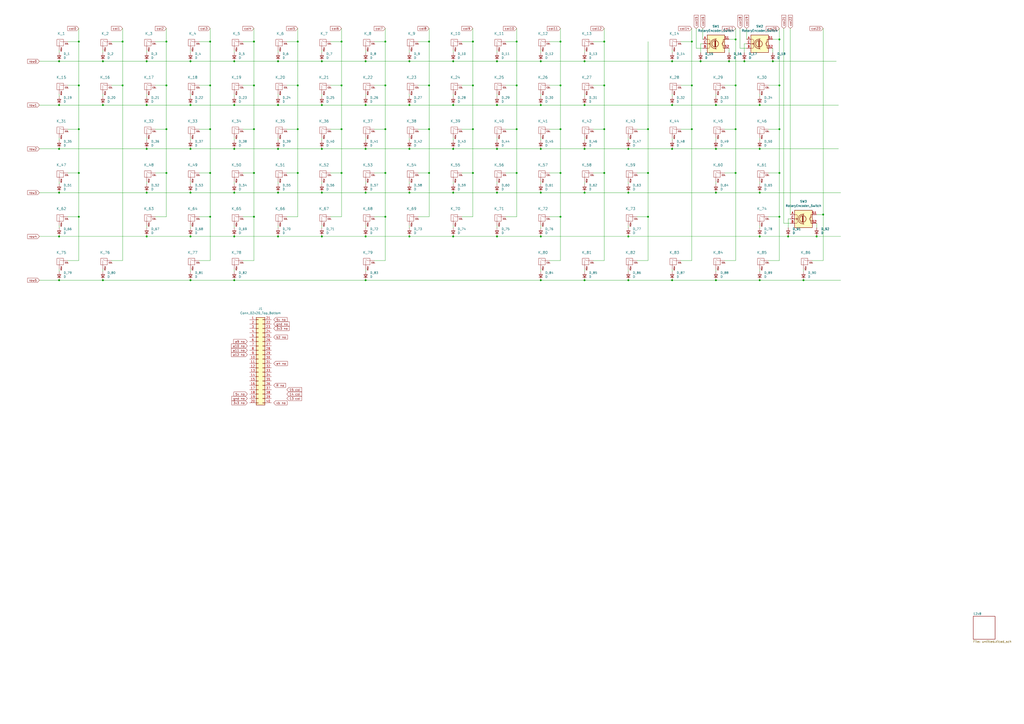
<source format=kicad_sch>
(kicad_sch (version 20231120) (generator "eeschema") (generator_version "8.0")
  (paper "A2")
  (junction (at 406.4 35.56))
  (junction (at 299.72 74.93))
  (junction (at 110.49 60.96))
  (junction (at 452.12 100.33))
  (junction (at 34.29 111.76))
  (junction (at 457.2 137.16))
  (junction (at 121.92 100.33))
  (junction (at 440.69 111.76))
  (junction (at 96.52 74.93))
  (junction (at 477.52 124.46))
  (junction (at 364.49 111.76))
  (junction (at 440.69 162.56))
  (junction (at 288.29 60.96))
  (junction (at 135.89 162.56))
  (junction (at 71.12 49.53))
  (junction (at 172.72 100.33))
  (junction (at 325.12 24.13))
  (junction (at 161.29 35.56))
  (junction (at 415.29 86.36))
  (junction (at 274.32 49.53))
  (junction (at 223.52 100.33))
  (junction (at 339.09 162.56))
  (junction (at 212.09 111.76))
  (junction (at 172.72 49.53))
  (junction (at 389.89 86.36))
  (junction (at 448.31 35.56))
  (junction (at 45.72 49.53))
  (junction (at 288.29 35.56))
  (junction (at 85.09 137.16))
  (junction (at 223.52 24.13))
  (junction (at 223.52 74.93))
  (junction (at 339.09 111.76))
  (junction (at 299.72 49.53))
  (junction (at 325.12 49.53))
  (junction (at 85.09 35.56))
  (junction (at 262.89 60.96))
  (junction (at 350.52 49.53))
  (junction (at 198.12 49.53))
  (junction (at 186.69 86.36))
  (junction (at 415.29 60.96))
  (junction (at 237.49 137.16))
  (junction (at 147.32 49.53))
  (junction (at 212.09 60.96))
  (junction (at 212.09 86.36))
  (junction (at 161.29 137.16))
  (junction (at 364.49 137.16))
  (junction (at 147.32 125.73))
  (junction (at 375.92 125.73))
  (junction (at 135.89 35.56))
  (junction (at 426.72 100.33))
  (junction (at 288.29 137.16))
  (junction (at 34.29 162.56))
  (junction (at 135.89 86.36))
  (junction (at 401.32 49.53))
  (junction (at 45.72 125.73))
  (junction (at 121.92 49.53))
  (junction (at 452.12 22.86))
  (junction (at 274.32 100.33))
  (junction (at 223.52 49.53))
  (junction (at 85.09 86.36))
  (junction (at 415.29 162.56))
  (junction (at 121.92 24.13))
  (junction (at 288.29 111.76))
  (junction (at 34.29 60.96))
  (junction (at 422.91 35.56))
  (junction (at 223.52 125.73))
  (junction (at 313.69 86.36))
  (junction (at 186.69 137.16))
  (junction (at 85.09 60.96))
  (junction (at 237.49 86.36))
  (junction (at 237.49 35.56))
  (junction (at 313.69 111.76))
  (junction (at 473.71 137.16))
  (junction (at 96.52 24.13))
  (junction (at 313.69 137.16))
  (junction (at 172.72 74.93))
  (junction (at 339.09 60.96))
  (junction (at 262.89 35.56))
  (junction (at 110.49 35.56))
  (junction (at 186.69 35.56))
  (junction (at 313.69 60.96))
  (junction (at 96.52 49.53))
  (junction (at 364.49 86.36))
  (junction (at 274.32 24.13))
  (junction (at 431.8 35.56))
  (junction (at 339.09 35.56))
  (junction (at 248.92 24.13))
  (junction (at 110.49 162.56))
  (junction (at 350.52 74.93))
  (junction (at 110.49 137.16))
  (junction (at 161.29 86.36))
  (junction (at 121.92 74.93))
  (junction (at 147.32 24.13))
  (junction (at 147.32 100.33))
  (junction (at 375.92 100.33))
  (junction (at 45.72 74.93))
  (junction (at 34.29 137.16))
  (junction (at 313.69 35.56))
  (junction (at 325.12 125.73))
  (junction (at 135.89 137.16))
  (junction (at 313.69 162.56))
  (junction (at 34.29 86.36))
  (junction (at 274.32 74.93))
  (junction (at 198.12 24.13))
  (junction (at 248.92 74.93))
  (junction (at 452.12 125.73))
  (junction (at 415.29 111.76))
  (junction (at 440.69 60.96))
  (junction (at 45.72 24.13))
  (junction (at 85.09 111.76))
  (junction (at 172.72 24.13))
  (junction (at 186.69 60.96))
  (junction (at 110.49 86.36))
  (junction (at 452.12 49.53))
  (junction (at 198.12 100.33))
  (junction (at 186.69 111.76))
  (junction (at 262.89 137.16))
  (junction (at 212.09 35.56))
  (junction (at 212.09 137.16))
  (junction (at 426.72 49.53))
  (junction (at 121.92 125.73))
  (junction (at 212.09 162.56))
  (junction (at 299.72 100.33))
  (junction (at 299.72 24.13))
  (junction (at 288.29 86.36))
  (junction (at 350.52 24.13))
  (junction (at 440.69 86.36))
  (junction (at 401.32 74.93))
  (junction (at 147.32 74.93))
  (junction (at 161.29 60.96))
  (junction (at 325.12 74.93))
  (junction (at 59.69 162.56))
  (junction (at 248.92 100.33))
  (junction (at 466.09 162.56))
  (junction (at 135.89 111.76))
  (junction (at 237.49 60.96))
  (junction (at 440.69 137.16))
  (junction (at 375.92 74.93))
  (junction (at 237.49 111.76))
  (junction (at 135.89 60.96))
  (junction (at 34.29 35.56))
  (junction (at 389.89 60.96))
  (junction (at 350.52 100.33))
  (junction (at 389.89 162.56))
  (junction (at 262.89 86.36))
  (junction (at 198.12 74.93))
  (junction (at 452.12 74.93))
  (junction (at 389.89 35.56))
  (junction (at 262.89 111.76))
  (junction (at 96.52 100.33))
  (junction (at 59.69 60.96))
  (junction (at 71.12 24.13))
  (junction (at 364.49 162.56))
  (junction (at 339.09 86.36))
  (junction (at 401.32 24.13))
  (junction (at 59.69 35.56))
  (junction (at 161.29 111.76))
  (junction (at 110.49 111.76))
  (junction (at 426.72 74.93))
  (junction (at 325.12 100.33))
  (junction (at 248.92 49.53))
  (junction (at 45.72 100.33))
  (junction (at 426.72 22.86))
  (wire (pts (xy 186.69 35.56) (xy 212.09 35.56)))
  (wire (pts (xy 90.17 100.33) (xy 96.52 100.33)))
  (wire (pts (xy 22.86 162.56) (xy 34.29 162.56)))
  (wire (pts (xy 217.17 24.13) (xy 223.52 24.13)))
  (wire (pts (xy 198.12 16.51) (xy 198.12 24.13)))
  (wire (pts (xy 212.09 29.21) (xy 212.09 30.48)))
  (wire (pts (xy 426.72 16.51) (xy 426.72 22.86)))
  (wire (pts (xy 440.69 86.36) (xy 486.41 86.36)))
  (wire (pts (xy 325.12 74.93) (xy 325.12 49.53)))
  (wire (pts (xy 237.49 105.41) (xy 237.49 106.68)))
  (wire (pts (xy 299.72 125.73) (xy 299.72 100.33)))
  (wire (pts (xy 267.97 49.53) (xy 274.32 49.53)))
  (wire (pts (xy 389.89 35.56) (xy 406.4 35.56)))
  (wire (pts (xy 267.97 74.93) (xy 274.32 74.93)))
  (wire (pts (xy 223.52 100.33) (xy 223.52 74.93)))
  (wire (pts (xy 85.09 80.01) (xy 85.09 81.28)))
  (wire (pts (xy 452.12 74.93) (xy 452.12 49.53)))
  (wire (pts (xy 318.77 151.13) (xy 325.12 151.13)))
  (wire (pts (xy 415.29 105.41) (xy 415.29 106.68)))
  (wire (pts (xy 198.12 24.13) (xy 198.12 49.53)))
  (wire (pts (xy 110.49 156.21) (xy 110.49 157.48)))
  (wire (pts (xy 212.09 162.56) (xy 313.69 162.56)))
  (wire (pts (xy 293.37 24.13) (xy 299.72 24.13)))
  (wire (pts (xy 344.17 24.13) (xy 350.52 24.13)))
  (wire (pts (xy 186.69 60.96) (xy 212.09 60.96)))
  (wire (pts (xy 110.49 105.41) (xy 110.49 106.68)))
  (wire (pts (xy 473.71 137.16) (xy 487.68 137.16)))
  (wire (pts (xy 34.29 60.96) (xy 59.69 60.96)))
  (wire (pts (xy 39.37 151.13) (xy 45.72 151.13)))
  (wire (pts (xy 403.86 16.51) (xy 403.86 27.94)))
  (wire (pts (xy 433.07 25.4) (xy 431.8 25.4)))
  (wire (pts (xy 34.29 156.21) (xy 34.29 157.48)))
  (wire (pts (xy 161.29 54.61) (xy 161.29 55.88)))
  (wire (pts (xy 147.32 100.33) (xy 147.32 74.93)))
  (wire (pts (xy 34.29 105.41) (xy 34.29 106.68)))
  (wire (pts (xy 22.86 35.56) (xy 34.29 35.56)))
  (wire (pts (xy 369.57 125.73) (xy 375.92 125.73)))
  (wire (pts (xy 350.52 16.51) (xy 350.52 24.13)))
  (wire (pts (xy 223.52 125.73) (xy 223.52 100.33)))
  (wire (pts (xy 288.29 80.01) (xy 288.29 81.28)))
  (wire (pts (xy 115.57 74.93) (xy 121.92 74.93)))
  (wire (pts (xy 364.49 80.01) (xy 364.49 81.28)))
  (wire (pts (xy 299.72 74.93) (xy 299.72 49.53)))
  (wire (pts (xy 90.17 125.73) (xy 96.52 125.73)))
  (wire (pts (xy 293.37 100.33) (xy 299.72 100.33)))
  (wire (pts (xy 198.12 100.33) (xy 198.12 74.93)))
  (wire (pts (xy 313.69 86.36) (xy 339.09 86.36)))
  (wire (pts (xy 237.49 35.56) (xy 262.89 35.56)))
  (wire (pts (xy 198.12 74.93) (xy 198.12 49.53)))
  (wire (pts (xy 166.37 74.93) (xy 172.72 74.93)))
  (wire (pts (xy 212.09 105.41) (xy 212.09 106.68)))
  (wire (pts (xy 440.69 54.61) (xy 440.69 55.88)))
  (wire (pts (xy 339.09 60.96) (xy 389.89 60.96)))
  (wire (pts (xy 350.52 151.13) (xy 350.52 100.33)))
  (wire (pts (xy 433.07 27.94) (xy 429.26 27.94)))
  (wire (pts (xy 212.09 111.76) (xy 237.49 111.76)))
  (wire (pts (xy 313.69 105.41) (xy 313.69 106.68)))
  (wire (pts (xy 110.49 54.61) (xy 110.49 55.88)))
  (wire (pts (xy 237.49 60.96) (xy 262.89 60.96)))
  (wire (pts (xy 426.72 100.33) (xy 426.72 151.13)))
  (wire (pts (xy 288.29 137.16) (xy 313.69 137.16)))
  (wire (pts (xy 198.12 125.73) (xy 198.12 100.33)))
  (wire (pts (xy 237.49 86.36) (xy 262.89 86.36)))
  (wire (pts (xy 34.29 86.36) (xy 85.09 86.36)))
  (wire (pts (xy 135.89 29.21) (xy 135.89 30.48)))
  (wire (pts (xy 39.37 100.33) (xy 45.72 100.33)))
  (wire (pts (xy 135.89 111.76) (xy 161.29 111.76)))
  (wire (pts (xy 448.31 35.56) (xy 485.14 35.56)))
  (wire (pts (xy 135.89 54.61) (xy 135.89 55.88)))
  (wire (pts (xy 389.89 162.56) (xy 415.29 162.56)))
  (wire (pts (xy 262.89 80.01) (xy 262.89 81.28)))
  (wire (pts (xy 115.57 100.33) (xy 121.92 100.33)))
  (wire (pts (xy 121.92 151.13) (xy 121.92 125.73)))
  (wire (pts (xy 59.69 54.61) (xy 59.69 55.88)))
  (wire (pts (xy 217.17 49.53) (xy 223.52 49.53)))
  (wire (pts (xy 115.57 49.53) (xy 121.92 49.53)))
  (wire (pts (xy 135.89 156.21) (xy 135.89 157.48)))
  (wire (pts (xy 293.37 74.93) (xy 299.72 74.93)))
  (wire (pts (xy 415.29 111.76) (xy 440.69 111.76)))
  (wire (pts (xy 401.32 16.51) (xy 401.32 24.13)))
  (wire (pts (xy 262.89 130.81) (xy 262.89 132.08)))
  (wire (pts (xy 440.69 111.76) (xy 487.68 111.76)))
  (wire (pts (xy 445.77 100.33) (xy 452.12 100.33)))
  (wire (pts (xy 59.69 156.21) (xy 59.69 157.48)))
  (wire (pts (xy 186.69 54.61) (xy 186.69 55.88)))
  (wire (pts (xy 85.09 137.16) (xy 110.49 137.16)))
  (wire (pts (xy 186.69 111.76) (xy 212.09 111.76)))
  (wire (pts (xy 471.17 151.13) (xy 477.52 151.13)))
  (wire (pts (xy 242.57 125.73) (xy 248.92 125.73)))
  (wire (pts (xy 375.92 125.73) (xy 375.92 100.33)))
  (wire (pts (xy 445.77 49.53) (xy 452.12 49.53)))
  (wire (pts (xy 110.49 80.01) (xy 110.49 81.28)))
  (wire (pts (xy 274.32 24.13) (xy 274.32 49.53)))
  (wire (pts (xy 364.49 130.81) (xy 364.49 132.08)))
  (wire (pts (xy 135.89 105.41) (xy 135.89 106.68)))
  (wire (pts (xy 344.17 49.53) (xy 350.52 49.53)))
  (wire (pts (xy 452.12 22.86) (xy 452.12 49.53)))
  (wire (pts (xy 313.69 29.21) (xy 313.69 30.48)))
  (wire (pts (xy 293.37 49.53) (xy 299.72 49.53)))
  (wire (pts (xy 262.89 111.76) (xy 288.29 111.76)))
  (wire (pts (xy 431.8 35.56) (xy 448.31 35.56)))
  (wire (pts (xy 191.77 49.53) (xy 198.12 49.53)))
  (wire (pts (xy 34.29 29.21) (xy 34.29 30.48)))
  (wire (pts (xy 85.09 35.56) (xy 110.49 35.56)))
  (wire (pts (xy 59.69 29.21) (xy 59.69 30.48)))
  (wire (pts (xy 135.89 86.36) (xy 161.29 86.36)))
  (wire (pts (xy 217.17 151.13) (xy 223.52 151.13)))
  (wire (pts (xy 422.91 22.86) (xy 426.72 22.86)))
  (wire (pts (xy 477.52 124.46) (xy 477.52 151.13)))
  (wire (pts (xy 110.49 130.81) (xy 110.49 132.08)))
  (wire (pts (xy 212.09 137.16) (xy 237.49 137.16)))
  (wire (pts (xy 166.37 100.33) (xy 172.72 100.33)))
  (wire (pts (xy 318.77 74.93) (xy 325.12 74.93)))
  (wire (pts (xy 325.12 100.33) (xy 325.12 74.93)))
  (wire (pts (xy 339.09 54.61) (xy 339.09 55.88)))
  (wire (pts (xy 389.89 156.21) (xy 389.89 157.48)))
  (wire (pts (xy 454.66 16.51) (xy 454.66 129.54)))
  (wire (pts (xy 375.92 24.13) (xy 375.92 74.93)))
  (wire (pts (xy 45.72 16.51) (xy 45.72 24.13)))
  (wire (pts (xy 140.97 74.93) (xy 147.32 74.93)))
  (wire (pts (xy 110.49 60.96) (xy 135.89 60.96)))
  (wire (pts (xy 161.29 86.36) (xy 186.69 86.36)))
  (wire (pts (xy 96.52 16.51) (xy 96.52 24.13)))
  (wire (pts (xy 288.29 86.36) (xy 313.69 86.36)))
  (wire (pts (xy 262.89 29.21) (xy 262.89 30.48)))
  (wire (pts (xy 115.57 24.13) (xy 121.92 24.13)))
  (wire (pts (xy 440.69 105.41) (xy 440.69 106.68)))
  (wire (pts (xy 406.4 35.56) (xy 422.91 35.56)))
  (wire (pts (xy 339.09 105.41) (xy 339.09 106.68)))
  (wire (pts (xy 212.09 35.56) (xy 237.49 35.56)))
  (wire (pts (xy 96.52 74.93) (xy 96.52 49.53)))
  (wire (pts (xy 420.37 100.33) (xy 426.72 100.33)))
  (wire (pts (xy 223.52 24.13) (xy 223.52 49.53)))
  (wire (pts (xy 22.86 86.36) (xy 34.29 86.36)))
  (wire (pts (xy 422.91 35.56) (xy 431.8 35.56)))
  (wire (pts (xy 262.89 54.61) (xy 262.89 55.88)))
  (wire (pts (xy 394.97 151.13) (xy 401.32 151.13)))
  (wire (pts (xy 161.29 80.01) (xy 161.29 81.28)))
  (wire (pts (xy 288.29 54.61) (xy 288.29 55.88)))
  (wire (pts (xy 350.52 100.33) (xy 350.52 74.93)))
  (wire (pts (xy 448.31 27.94) (xy 448.31 30.48)))
  (wire (pts (xy 212.09 54.61) (xy 212.09 55.88)))
  (wire (pts (xy 217.17 100.33) (xy 223.52 100.33)))
  (wire (pts (xy 237.49 80.01) (xy 237.49 81.28)))
  (wire (pts (xy 237.49 54.61) (xy 237.49 55.88)))
  (wire (pts (xy 212.09 130.81) (xy 212.09 132.08)))
  (wire (pts (xy 237.49 111.76) (xy 262.89 111.76)))
  (wire (pts (xy 288.29 60.96) (xy 313.69 60.96)))
  (wire (pts (xy 248.92 100.33) (xy 248.92 74.93)))
  (wire (pts (xy 407.67 16.51) (xy 407.67 22.86)))
  (wire (pts (xy 262.89 86.36) (xy 288.29 86.36)))
  (wire (pts (xy 140.97 100.33) (xy 147.32 100.33)))
  (wire (pts (xy 426.72 74.93) (xy 426.72 49.53)))
  (wire (pts (xy 406.4 25.4) (xy 406.4 30.48)))
  (wire (pts (xy 364.49 86.36) (xy 389.89 86.36)))
  (wire (pts (xy 350.52 74.93) (xy 350.52 49.53)))
  (wire (pts (xy 389.89 86.36) (xy 415.29 86.36)))
  (wire (pts (xy 22.86 111.76) (xy 34.29 111.76)))
  (wire (pts (xy 344.17 100.33) (xy 350.52 100.33)))
  (wire (pts (xy 135.89 80.01) (xy 135.89 81.28)))
  (wire (pts (xy 394.97 24.13) (xy 401.32 24.13)))
  (wire (pts (xy 288.29 35.56) (xy 313.69 35.56)))
  (wire (pts (xy 262.89 137.16) (xy 288.29 137.16)))
  (wire (pts (xy 45.72 125.73) (xy 45.72 100.33)))
  (wire (pts (xy 458.47 127) (xy 457.2 127)))
  (wire (pts (xy 242.57 100.33) (xy 248.92 100.33)))
  (wire (pts (xy 217.17 74.93) (xy 223.52 74.93)))
  (wire (pts (xy 85.09 60.96) (xy 110.49 60.96)))
  (wire (pts (xy 440.69 162.56) (xy 466.09 162.56)))
  (wire (pts (xy 344.17 151.13) (xy 350.52 151.13)))
  (wire (pts (xy 90.17 24.13) (xy 96.52 24.13)))
  (wire (pts (xy 339.09 29.21) (xy 339.09 30.48)))
  (wire (pts (xy 457.2 127) (xy 457.2 132.08)))
  (wire (pts (xy 407.67 27.94) (xy 403.86 27.94)))
  (wire (pts (xy 364.49 137.16) (xy 440.69 137.16)))
  (wire (pts (xy 458.47 129.54) (xy 454.66 129.54)))
  (wire (pts (xy 191.77 74.93) (xy 198.12 74.93)))
  (wire (pts (xy 191.77 100.33) (xy 198.12 100.33)))
  (wire (pts (xy 274.32 100.33) (xy 274.32 74.93)))
  (wire (pts (xy 147.32 24.13) (xy 147.32 49.53)))
  (wire (pts (xy 325.12 151.13) (xy 325.12 125.73)))
  (wire (pts (xy 440.69 60.96) (xy 486.41 60.96)))
  (wire (pts (xy 313.69 162.56) (xy 339.09 162.56)))
  (wire (pts (xy 85.09 130.81) (xy 85.09 132.08)))
  (wire (pts (xy 325.12 16.51) (xy 325.12 24.13)))
  (wire (pts (xy 186.69 105.41) (xy 186.69 106.68)))
  (wire (pts (xy 288.29 111.76) (xy 313.69 111.76)))
  (wire (pts (xy 166.37 125.73) (xy 172.72 125.73)))
  (wire (pts (xy 429.26 16.51) (xy 429.26 27.94)))
  (wire (pts (xy 110.49 86.36) (xy 135.89 86.36)))
  (wire (pts (xy 212.09 86.36) (xy 237.49 86.36)))
  (wire (pts (xy 172.72 16.51) (xy 172.72 24.13)))
  (wire (pts (xy 415.29 86.36) (xy 440.69 86.36)))
  (wire (pts (xy 389.89 29.21) (xy 389.89 30.48)))
  (wire (pts (xy 217.17 125.73) (xy 223.52 125.73)))
  (wire (pts (xy 364.49 111.76) (xy 415.29 111.76)))
  (wire (pts (xy 339.09 111.76) (xy 364.49 111.76)))
  (wire (pts (xy 288.29 130.81) (xy 288.29 132.08)))
  (wire (pts (xy 237.49 130.81) (xy 237.49 132.08)))
  (wire (pts (xy 445.77 125.73) (xy 452.12 125.73)))
  (wire (pts (xy 452.12 100.33) (xy 452.12 74.93)))
  (wire (pts (xy 458.47 16.51) (xy 458.47 124.46)))
  (wire (pts (xy 140.97 24.13) (xy 147.32 24.13)))
  (wire (pts (xy 318.77 49.53) (xy 325.12 49.53)))
  (wire (pts (xy 237.49 137.16) (xy 262.89 137.16)))
  (wire (pts (xy 339.09 35.56) (xy 389.89 35.56)))
  (wire (pts (xy 420.37 49.53) (xy 426.72 49.53)))
  (wire (pts (xy 34.29 137.16) (xy 85.09 137.16)))
  (wire (pts (xy 325.12 125.73) (xy 325.12 100.33)))
  (wire (pts (xy 186.69 137.16) (xy 212.09 137.16)))
  (wire (pts (xy 22.86 137.16) (xy 34.29 137.16)))
  (wire (pts (xy 64.77 24.13) (xy 71.12 24.13)))
  (wire (pts (xy 140.97 49.53) (xy 147.32 49.53)))
  (wire (pts (xy 375.92 151.13) (xy 375.92 125.73)))
  (wire (pts (xy 161.29 29.21) (xy 161.29 30.48)))
  (wire (pts (xy 45.72 74.93) (xy 45.72 49.53)))
  (wire (pts (xy 172.72 24.13) (xy 172.72 49.53)))
  (wire (pts (xy 59.69 35.56) (xy 85.09 35.56)))
  (wire (pts (xy 339.09 162.56) (xy 364.49 162.56)))
  (wire (pts (xy 364.49 162.56) (xy 389.89 162.56)))
  (wire (pts (xy 135.89 162.56) (xy 212.09 162.56)))
  (wire (pts (xy 161.29 60.96) (xy 186.69 60.96)))
  (wire (pts (xy 248.92 74.93) (xy 248.92 49.53)))
  (wire (pts (xy 147.32 125.73) (xy 147.32 100.33)))
  (wire (pts (xy 473.71 124.46) (xy 477.52 124.46)))
  (wire (pts (xy 39.37 49.53) (xy 45.72 49.53)))
  (wire (pts (xy 59.69 162.56) (xy 110.49 162.56)))
  (wire (pts (xy 242.57 74.93) (xy 248.92 74.93)))
  (wire (pts (xy 248.92 24.13) (xy 248.92 49.53)))
  (wire (pts (xy 274.32 125.73) (xy 274.32 100.33)))
  (wire (pts (xy 440.69 80.01) (xy 440.69 81.28)))
  (wire (pts (xy 85.09 105.41) (xy 85.09 106.68)))
  (wire (pts (xy 135.89 35.56) (xy 161.29 35.56)))
  (wire (pts (xy 59.69 60.96) (xy 85.09 60.96)))
  (wire (pts (xy 45.72 24.13) (xy 45.72 49.53)))
  (wire (pts (xy 364.49 105.41) (xy 364.49 106.68)))
  (wire (pts (xy 212.09 80.01) (xy 212.09 81.28)))
  (wire (pts (xy 452.12 16.51) (xy 452.12 22.86)))
  (wire (pts (xy 71.12 24.13) (xy 71.12 49.53)))
  (wire (pts (xy 248.92 16.51) (xy 248.92 24.13)))
  (wire (pts (xy 248.92 125.73) (xy 248.92 100.33)))
  (wire (pts (xy 223.52 16.51) (xy 223.52 24.13)))
  (wire (pts (xy 267.97 125.73) (xy 274.32 125.73)))
  (wire (pts (xy 440.69 137.16) (xy 457.2 137.16)))
  (wire (pts (xy 34.29 111.76) (xy 85.09 111.76)))
  (wire (pts (xy 466.09 156.21) (xy 466.09 157.48)))
  (wire (pts (xy 433.07 16.51) (xy 433.07 22.86)))
  (wire (pts (xy 237.49 29.21) (xy 237.49 30.48)))
  (wire (pts (xy 415.29 156.21) (xy 415.29 157.48)))
  (wire (pts (xy 364.49 156.21) (xy 364.49 157.48)))
  (wire (pts (xy 147.32 74.93) (xy 147.32 49.53)))
  (wire (pts (xy 440.69 130.81) (xy 440.69 132.08)))
  (wire (pts (xy 313.69 35.56) (xy 339.09 35.56)))
  (wire (pts (xy 394.97 49.53) (xy 401.32 49.53)))
  (wire (pts (xy 85.09 54.61) (xy 85.09 55.88)))
  (wire (pts (xy 369.57 100.33) (xy 375.92 100.33)))
  (wire (pts (xy 115.57 125.73) (xy 121.92 125.73)))
  (wire (pts (xy 172.72 74.93) (xy 172.72 49.53)))
  (wire (pts (xy 90.17 74.93) (xy 96.52 74.93)))
  (wire (pts (xy 313.69 137.16) (xy 364.49 137.16)))
  (wire (pts (xy 166.37 49.53) (xy 172.72 49.53)))
  (wire (pts (xy 85.09 111.76) (xy 110.49 111.76)))
  (wire (pts (xy 186.69 29.21) (xy 186.69 30.48)))
  (wire (pts (xy 186.69 86.36) (xy 212.09 86.36)))
  (wire (pts (xy 369.57 151.13) (xy 375.92 151.13)))
  (wire (pts (xy 339.09 80.01) (xy 339.09 81.28)))
  (wire (pts (xy 339.09 156.21) (xy 339.09 157.48)))
  (wire (pts (xy 45.72 151.13) (xy 45.72 125.73)))
  (wire (pts (xy 313.69 130.81) (xy 313.69 132.08)))
  (wire (pts (xy 426.72 22.86) (xy 426.72 49.53)))
  (wire (pts (xy 369.57 74.93) (xy 375.92 74.93)))
  (wire (pts (xy 71.12 49.53) (xy 71.12 151.13)))
  (wire (pts (xy 135.89 137.16) (xy 161.29 137.16)))
  (wire (pts (xy 223.52 151.13) (xy 223.52 125.73)))
  (wire (pts (xy 299.72 16.51) (xy 299.72 24.13)))
  (wire (pts (xy 431.8 25.4) (xy 431.8 30.48)))
  (wire (pts (xy 262.89 60.96) (xy 288.29 60.96)))
  (wire (pts (xy 389.89 80.01) (xy 389.89 81.28)))
  (wire (pts (xy 242.57 49.53) (xy 248.92 49.53)))
  (wire (pts (xy 299.72 100.33) (xy 299.72 74.93)))
  (wire (pts (xy 426.72 100.33) (xy 426.72 74.93)))
  (wire (pts (xy 147.32 151.13) (xy 147.32 125.73)))
  (wire (pts (xy 96.52 24.13) (xy 96.52 49.53)))
  (wire (pts (xy 121.92 24.13) (xy 121.92 49.53)))
  (wire (pts (xy 445.77 151.13) (xy 452.12 151.13)))
  (wire (pts (xy 223.52 74.93) (xy 223.52 49.53)))
  (wire (pts (xy 452.12 151.13) (xy 452.12 125.73)))
  (wire (pts (xy 318.77 100.33) (xy 325.12 100.33)))
  (wire (pts (xy 262.89 35.56) (xy 288.29 35.56)))
  (wire (pts (xy 110.49 162.56) (xy 135.89 162.56)))
  (wire (pts (xy 267.97 100.33) (xy 274.32 100.33)))
  (wire (pts (xy 415.29 162.56) (xy 440.69 162.56)))
  (wire (pts (xy 448.31 22.86) (xy 452.12 22.86)))
  (wire (pts (xy 318.77 24.13) (xy 325.12 24.13)))
  (wire (pts (xy 274.32 74.93) (xy 274.32 49.53)))
  (wire (pts (xy 452.12 125.73) (xy 452.12 100.33)))
  (wire (pts (xy 161.29 137.16) (xy 186.69 137.16)))
  (wire (pts (xy 242.57 24.13) (xy 248.92 24.13)))
  (wire (pts (xy 401.32 24.13) (xy 401.32 49.53)))
  (wire (pts (xy 415.29 60.96) (xy 440.69 60.96)))
  (wire (pts (xy 172.72 125.73) (xy 172.72 100.33)))
  (wire (pts (xy 161.29 130.81) (xy 161.29 132.08)))
  (wire (pts (xy 389.89 54.61) (xy 389.89 55.88)))
  (wire (pts (xy 110.49 35.56) (xy 135.89 35.56)))
  (wire (pts (xy 389.89 60.96) (xy 415.29 60.96)))
  (wire (pts (xy 135.89 60.96) (xy 161.29 60.96)))
  (wire (pts (xy 140.97 151.13) (xy 147.32 151.13)))
  (wire (pts (xy 293.37 125.73) (xy 299.72 125.73)))
  (wire (pts (xy 64.77 49.53) (xy 71.12 49.53)))
  (wire (pts (xy 96.52 100.33) (xy 96.52 74.93)))
  (wire (pts (xy 313.69 60.96) (xy 339.09 60.96)))
  (wire (pts (xy 375.92 100.33) (xy 375.92 74.93)))
  (wire (pts (xy 186.69 80.01) (xy 186.69 81.28)))
  (wire (pts (xy 147.32 16.51) (xy 147.32 24.13)))
  (wire (pts (xy 267.97 24.13) (xy 274.32 24.13)))
  (wire (pts (xy 339.09 86.36) (xy 364.49 86.36)))
  (wire (pts (xy 274.32 16.51) (xy 274.32 24.13)))
  (wire (pts (xy 473.71 129.54) (xy 473.71 132.08)))
  (wire (pts (xy 401.32 151.13) (xy 401.32 74.93)))
  (wire (pts (xy 22.86 60.96) (xy 34.29 60.96)))
  (wire (pts (xy 39.37 125.73) (xy 45.72 125.73)))
  (wire (pts (xy 34.29 35.56) (xy 59.69 35.56)))
  (wire (pts (xy 121.92 16.51) (xy 121.92 24.13)))
  (wire (pts (xy 45.72 100.33) (xy 45.72 74.93)))
  (wire (pts (xy 85.09 29.21) (xy 85.09 30.48)))
  (wire (pts (xy 313.69 80.01) (xy 313.69 81.28)))
  (wire (pts (xy 161.29 35.56) (xy 186.69 35.56)))
  (wire (pts (xy 161.29 105.41) (xy 161.29 106.68)))
  (wire (pts (xy 140.97 125.73) (xy 147.32 125.73)))
  (wire (pts (xy 34.29 130.81) (xy 34.29 132.08)))
  (wire (pts (xy 457.2 137.16) (xy 473.71 137.16)))
  (wire (pts (xy 445.77 74.93) (xy 452.12 74.93)))
  (wire (pts (xy 313.69 54.61) (xy 313.69 55.88)))
  (wire (pts (xy 407.67 25.4) (xy 406.4 25.4)))
  (wire (pts (xy 262.89 105.41) (xy 262.89 106.68)))
  (wire (pts (xy 440.69 156.21) (xy 440.69 157.48)))
  (wire (pts (xy 85.09 86.36) (xy 110.49 86.36)))
  (wire (pts (xy 34.29 54.61) (xy 34.29 55.88)))
  (wire (pts (xy 477.52 16.51) (xy 477.52 124.46)))
  (wire (pts (xy 135.89 130.81) (xy 135.89 132.08)))
  (wire (pts (xy 313.69 156.21) (xy 313.69 157.48)))
  (wire (pts (xy 299.72 24.13) (xy 299.72 49.53)))
  (wire (pts (xy 39.37 24.13) (xy 45.72 24.13)))
  (wire (pts (xy 172.72 100.33) (xy 172.72 74.93)))
  (wire (pts (xy 121.92 125.73) (xy 121.92 100.33)))
  (wire (pts (xy 318.77 125.73) (xy 325.12 125.73)))
  (wire (pts (xy 96.52 125.73) (xy 96.52 100.33)))
  (wire (pts (xy 422.91 27.94) (xy 422.91 30.48)))
  (wire (pts (xy 71.12 16.51) (xy 71.12 24.13)))
  (wire (pts (xy 191.77 125.73) (xy 198.12 125.73)))
  (wire (pts (xy 110.49 111.76) (xy 135.89 111.76)))
  (wire (pts (xy 401.32 74.93) (xy 401.32 49.53)))
  (wire (pts (xy 313.69 111.76) (xy 339.09 111.76)))
  (wire (pts (xy 191.77 24.13) (xy 198.12 24.13)))
  (wire (pts (xy 34.29 80.01) (xy 34.29 81.28)))
  (wire (pts (xy 420.37 151.13) (xy 426.72 151.13)))
  (wire (pts (xy 325.12 24.13) (xy 325.12 49.53)))
  (wire (pts (xy 394.97 74.93) (xy 401.32 74.93)))
  (wire (pts (xy 110.49 137.16) (xy 135.89 137.16)))
  (wire (pts (xy 121.92 100.33) (xy 121.92 74.93)))
  (wire (pts (xy 161.29 111.76) (xy 186.69 111.76)))
  (wire (pts (xy 344.17 74.93) (xy 350.52 74.93)))
  (wire (pts (xy 288.29 29.21) (xy 288.29 30.48)))
  (wire (pts (xy 350.52 24.13) (xy 350.52 49.53)))
  (wire (pts (xy 288.29 105.41) (xy 288.29 106.68)))
  (wire (pts (xy 212.09 156.21) (xy 212.09 157.48)))
  (wire (pts (xy 420.37 74.93) (xy 426.72 74.93)))
  (wire (pts (xy 415.29 80.01) (xy 415.29 81.28)))
  (wire (pts (xy 166.37 24.13) (xy 172.72 24.13)))
  (wire (pts (xy 186.69 130.81) (xy 186.69 132.08)))
  (wire (pts (xy 466.09 162.56) (xy 487.68 162.56)))
  (wire (pts (xy 64.77 151.13) (xy 71.12 151.13)))
  (wire (pts (xy 90.17 49.53) (xy 96.52 49.53)))
  (wire (pts (xy 415.29 54.61) (xy 415.29 55.88)))
  (wire (pts (xy 110.49 29.21) (xy 110.49 30.48)))
  (wire (pts (xy 115.57 151.13) (xy 121.92 151.13)))
  (wire (pts (xy 39.37 74.93) (xy 45.72 74.93)))
  (wire (pts (xy 34.29 162.56) (xy 59.69 162.56)))
  (wire (pts (xy 212.09 60.96) (xy 237.49 60.96)))
  (wire (pts (xy 121.92 74.93) (xy 121.92 49.53)))
  (global_label "col19" (shape input) (at 433.07 16.51 90) (property "Intersheetrefs" "${INTERSHEET_REFS}" (effects (hide yes))))
  (global_label "col18" (shape input) (at 429.26 16.51 90) (property "Intersheetrefs" "${INTERSHEET_REFS}" (effects (hide yes))))
  (global_label "col5" (shape input) (at 172.72 16.51 180) (property "Intersheetrefs" "${INTERSHEET_REFS}" (effects (hide yes))))
  (global_label "col20" (shape input) (at 452.12 16.51 180) (property "Intersheetrefs" "${INTERSHEET_REFS}" (effects (hide yes))))
  (global_label "col9" (shape input) (at 274.32 16.51 180) (property "Intersheetrefs" "${INTERSHEET_REFS}" (effects (hide yes))))
  (global_label "a10 no" (shape input) (at 143.51 200.66 180) (property "Intersheetrefs" "${INTERSHEET_REFS}" (effects (hide yes))))
  (global_label "col11" (shape input) (at 325.12 16.51 180) (property "Intersheetrefs" "${INTERSHEET_REFS}" (effects (hide yes))))
  (global_label "col15" (shape input) (at 403.86 16.51 90) (property "Intersheetrefs" "${INTERSHEET_REFS}" (effects (hide yes))))
  (global_label "col4" (shape input) (at 147.32 16.51 180) (property "Intersheetrefs" "${INTERSHEET_REFS}" (effects (hide yes))))
  (global_label "col1" (shape input) (at 71.12 16.51 180) (property "Intersheetrefs" "${INTERSHEET_REFS}" (effects (hide yes))))
  (global_label "col22" (shape input) (at 458.47 16.51 90) (property "Intersheetrefs" "${INTERSHEET_REFS}" (effects (hide yes))))
  (global_label "gnd no" (shape input) (at 143.51 231.14 180) (property "Intersheetrefs" "${INTERSHEET_REFS}" (effects (hide yes))))
  (global_label "row0" (shape input) (at 22.86 35.56 180) (property "Intersheetrefs" "${INTERSHEET_REFS}" (effects (hide yes))))
  (global_label "row2" (shape input) (at 22.86 86.36 180) (property "Intersheetrefs" "${INTERSHEET_REFS}" (effects (hide yes))))
  (global_label "5v no" (shape input) (at 158.75 185.42 0) (property "Intersheetrefs" "${INTERSHEET_REFS}" (effects (hide yes))))
  (global_label "col17" (shape input) (at 426.72 16.51 180) (property "Intersheetrefs" "${INTERSHEET_REFS}" (effects (hide yes))))
  (global_label "a11 no" (shape input) (at 143.51 203.2 180) (property "Intersheetrefs" "${INTERSHEET_REFS}" (effects (hide yes))))
  (global_label "col21" (shape input) (at 454.66 16.51 90) (property "Intersheetrefs" "${INTERSHEET_REFS}" (effects (hide yes))))
  (global_label "15 col" (shape input) (at 166.37 226.06 0) (property "Intersheetrefs" "${INTERSHEET_REFS}" (effects (hide yes))))
  (global_label "col3" (shape input) (at 121.92 16.51 180) (property "Intersheetrefs" "${INTERSHEET_REFS}" (effects (hide yes))))
  (global_label "row1" (shape input) (at 22.86 60.96 180) (property "Intersheetrefs" "${INTERSHEET_REFS}" (effects (hide yes))))
  (global_label "col12" (shape input) (at 350.52 16.51 180) (property "Intersheetrefs" "${INTERSHEET_REFS}" (effects (hide yes))))
  (global_label "row4" (shape input) (at 22.86 137.16 180) (property "Intersheetrefs" "${INTERSHEET_REFS}" (effects (hide yes))))
  (global_label "col6" (shape input) (at 198.12 16.51 180) (property "Intersheetrefs" "${INTERSHEET_REFS}" (effects (hide yes))))
  (global_label "R no" (shape input) (at 158.75 223.52 0) (property "Intersheetrefs" "${INTERSHEET_REFS}" (effects (hide yes))))
  (global_label "vb no" (shape input) (at 158.75 233.68 0) (property "Intersheetrefs" "${INTERSHEET_REFS}" (effects (hide yes))))
  (global_label "a4 no" (shape input) (at 158.75 210.82 0) (property "Intersheetrefs" "${INTERSHEET_REFS}" (effects (hide yes))))
  (global_label "gnd no" (shape input) (at 158.75 187.96 0) (property "Intersheetrefs" "${INTERSHEET_REFS}" (effects (hide yes))))
  (global_label "a12 no" (shape input) (at 143.51 205.74 180) (property "Intersheetrefs" "${INTERSHEET_REFS}" (effects (hide yes))))
  (global_label "col23" (shape input) (at 477.52 16.51 180) (property "Intersheetrefs" "${INTERSHEET_REFS}" (effects (hide yes))))
  (global_label "3v3 no" (shape input) (at 143.51 233.68 180) (property "Intersheetrefs" "${INTERSHEET_REFS}" (effects (hide yes))))
  (global_label "row5" (shape input) (at 22.86 162.56 180) (property "Intersheetrefs" "${INTERSHEET_REFS}" (effects (hide yes))))
  (global_label "b2 no" (shape input) (at 158.75 195.58 0) (property "Intersheetrefs" "${INTERSHEET_REFS}" (effects (hide yes))))
  (global_label "a9 no" (shape input) (at 143.51 198.12 180) (property "Intersheetrefs" "${INTERSHEET_REFS}" (effects (hide yes))))
  (global_label "col2" (shape input) (at 96.52 16.51 180) (property "Intersheetrefs" "${INTERSHEET_REFS}" (effects (hide yes))))
  (global_label "col8" (shape input) (at 248.92 16.51 180) (property "Intersheetrefs" "${INTERSHEET_REFS}" (effects (hide yes))))
  (global_label "5v no" (shape input) (at 143.51 228.6 180) (property "Intersheetrefs" "${INTERSHEET_REFS}" (effects (hide yes))))
  (global_label "col16" (shape input) (at 407.67 16.51 90) (property "Intersheetrefs" "${INTERSHEET_REFS}" (effects (hide yes))))
  (global_label "13 col" (shape input) (at 166.37 231.14 0) (property "Intersheetrefs" "${INTERSHEET_REFS}" (effects (hide yes))))
  (global_label "14 col" (shape input) (at 166.37 228.6 0) (property "Intersheetrefs" "${INTERSHEET_REFS}" (effects (hide yes))))
  (global_label "col14" (shape input) (at 401.32 16.51 180) (property "Intersheetrefs" "${INTERSHEET_REFS}" (effects (hide yes))))
  (global_label "col7" (shape input) (at 223.52 16.51 180) (property "Intersheetrefs" "${INTERSHEET_REFS}" (effects (hide yes))))
  (global_label "3v3 no" (shape input) (at 158.75 190.5 0) (property "Intersheetrefs" "${INTERSHEET_REFS}" (effects (hide yes))))
  (global_label "col10" (shape input) (at 299.72 16.51 180) (property "Intersheetrefs" "${INTERSHEET_REFS}" (effects (hide yes))))
  (global_label "row3" (shape input) (at 22.86 111.76 180) (property "Intersheetrefs" "${INTERSHEET_REFS}" (effects (hide yes))))
  (global_label "col0" (shape input) (at 45.72 16.51 180) (property "Intersheetrefs" "${INTERSHEET_REFS}" (effects (hide yes))))
  (symbol (lib_id "MX_Alps_Hybrid:MX-NoLED") (at 162.56 101.6 0) (unit 1)
    (property "Reference" "K_51" (at 162.56 95.6818 0) (effects (font (size 1.524 1.524))))
    (property "Value" "KEYSW" (effects (hide yes)))
    (property "Footprint" "MX_Only:MXOnly-1U-Hotswap" (effects (hide yes)))
  )
  (symbol (lib_id "Device:D_Small") (at 339.09 33.02 90) (unit 1)
    (property "Reference" "D_13" (at 341.63 31.242 90) (effects (justify right)))
    (property "Value" "D" (at 341.63 33.528 90) (effects (justify right)))
    (property "Footprint" "Diode_SMD:D_SOD-123" (effects (hide yes)))
    (property "Description" "Diode, small symbol" (effects (hide yes)))
    (property "Sim.Device" "D" (effects (hide yes)))
    (property "Sim.Pins" "1=K 2=A" (effects (hide yes)))
  )
  (symbol (lib_id "Device:D_Small") (at 415.29 160.02 90) (unit 1)
    (property "Reference" "D_88" (at 417.83 158.242 90) (effects (justify right)))
    (property "Value" "D" (at 417.83 160.528 90) (effects (justify right)))
    (property "Footprint" "Diode_SMD:D_SOD-123" (effects (hide yes)))
    (property "Description" "Diode, small symbol" (effects (hide yes)))
    (property "Sim.Device" "D" (effects (hide yes)))
    (property "Sim.Pins" "1=K 2=A" (effects (hide yes)))
  )
  (symbol (lib_id "MX_Alps_Hybrid:MX-NoLED") (at 264.16 76.2 0) (unit 1)
    (property "Reference" "K_39" (at 264.16 70.2818 0) (effects (font (size 1.524 1.524))))
    (property "Value" "KEYSW" (effects (hide yes)))
    (property "Footprint" "MX_Only:MXOnly-1U-Hotswap" (effects (hide yes)))
  )
  (symbol (lib_id "MX_Alps_Hybrid:MX-NoLED") (at 391.16 152.4 0) (unit 1)
    (property "Reference" "K_83" (at 391.16 146.4818 0) (effects (font (size 1.524 1.524))))
    (property "Value" "KEYSW" (effects (hide yes)))
    (property "Footprint" "MX_Only:MXOnly-1U-Hotswap" (effects (hide yes)))
  )
  (symbol (lib_id "MX_Alps_Hybrid:MX-NoLED") (at 365.76 127 0) (unit 1)
    (property "Reference" "K_73" (at 365.76 121.0818 0) (effects (font (size 1.524 1.524))))
    (property "Value" "KEYSW" (effects (hide yes)))
    (property "Footprint" "MX_Only:MXOnly-2.75U-Hotswap" (effects (hide yes)))
  )
  (symbol (lib_id "Device:D_Small") (at 313.69 58.42 90) (unit 1)
    (property "Reference" "D_30" (at 316.23 56.642 90) (effects (justify right)))
    (property "Value" "D" (at 316.23 58.928 90) (effects (justify right)))
    (property "Footprint" "Diode_SMD:D_SOD-123" (effects (hide yes)))
    (property "Description" "Diode, small symbol" (effects (hide yes)))
    (property "Sim.Device" "D" (effects (hide yes)))
    (property "Sim.Pins" "1=K 2=A" (effects (hide yes)))
  )
  (symbol (lib_id "Device:D_Small") (at 85.09 33.02 90) (unit 1)
    (property "Reference" "D_3" (at 87.63 31.242 90) (effects (justify right)))
    (property "Value" "D" (at 87.63 33.528 90) (effects (justify right)))
    (property "Footprint" "Diode_SMD:D_SOD-123" (effects (hide yes)))
    (property "Description" "Diode, small symbol" (effects (hide yes)))
    (property "Sim.Device" "D" (effects (hide yes)))
    (property "Sim.Pins" "1=K 2=A" (effects (hide yes)))
  )
  (symbol (lib_id "Device:D_Small") (at 85.09 109.22 90) (unit 1)
    (property "Reference" "D_52" (at 87.63 107.442 90) (effects (justify right)))
    (property "Value" "D" (at 87.63 109.728 90) (effects (justify right)))
    (property "Footprint" "Diode_SMD:D_SOD-123" (effects (hide yes)))
    (property "Description" "Diode, small symbol" (effects (hide yes)))
    (property "Sim.Device" "D" (effects (hide yes)))
    (property "Sim.Pins" "1=K 2=A" (effects (hide yes)))
  )
  (symbol (lib_id "MX_Alps_Hybrid:MX-NoLED") (at 238.76 127 0) (unit 1)
    (property "Reference" "K_69" (at 238.76 121.0818 0) (effects (font (size 1.524 1.524))))
    (property "Value" "KEYSW" (effects (hide yes)))
    (property "Footprint" "MX_Only:MXOnly-1U-Hotswap" (effects (hide yes)))
  )
  (symbol (lib_id "Device:D_Small") (at 262.89 83.82 90) (unit 1)
    (property "Reference" "D_43" (at 265.43 82.042 90) (effects (justify right)))
    (property "Value" "D" (at 265.43 84.328 90) (effects (justify right)))
    (property "Footprint" "Diode_SMD:D_SOD-123" (effects (hide yes)))
    (property "Description" "Diode, small symbol" (effects (hide yes)))
    (property "Sim.Device" "D" (effects (hide yes)))
    (property "Sim.Pins" "1=K 2=A" (effects (hide yes)))
  )
  (symbol (lib_id "Device:D_Small") (at 186.69 109.22 90) (unit 1)
    (property "Reference" "D_56" (at 189.23 107.442 90) (effects (justify right)))
    (property "Value" "D" (at 189.23 109.728 90) (effects (justify right)))
    (property "Footprint" "Diode_SMD:D_SOD-123" (effects (hide yes)))
    (property "Description" "Diode, small symbol" (effects (hide yes)))
    (property "Sim.Device" "D" (effects (hide yes)))
    (property "Sim.Pins" "1=K 2=A" (effects (hide yes)))
  )
  (symbol (lib_id "Device:D_Small") (at 288.29 58.42 90) (unit 1)
    (property "Reference" "D_29" (at 290.83 56.642 90) (effects (justify right)))
    (property "Value" "D" (at 290.83 58.928 90) (effects (justify right)))
    (property "Footprint" "Diode_SMD:D_SOD-123" (effects (hide yes)))
    (property "Description" "Diode, small symbol" (effects (hide yes)))
    (property "Sim.Device" "D" (effects (hide yes)))
    (property "Sim.Pins" "1=K 2=A" (effects (hide yes)))
  )
  (symbol (lib_id "MX_Alps_Hybrid:MX-NoLED") (at 416.56 50.8 0) (unit 1)
    (property "Reference" "K_29" (at 416.56 44.8818 0) (effects (font (size 1.524 1.524))))
    (property "Value" "KEYSW" (effects (hide yes)))
    (property "Footprint" "MX_Only:MXOnly-1U-Hotswap" (effects (hide yes)))
  )
  (symbol (lib_id "MX_Alps_Hybrid:MX-NoLED") (at 60.96 152.4 0) (unit 1)
    (property "Reference" "K_76" (at 60.96 146.4818 0) (effects (font (size 1.524 1.524))))
    (property "Value" "KEYSW" (effects (hide yes)))
    (property "Footprint" "MX_Only:MXOnly-1.25U-Hotswap" (effects (hide yes)))
  )
  (symbol (lib_id "Device:D_Small") (at 262.89 109.22 90) (unit 1)
    (property "Reference" "D_59" (at 265.43 107.442 90) (effects (justify right)))
    (property "Value" "D" (at 265.43 109.728 90) (effects (justify right)))
    (property "Footprint" "Diode_SMD:D_SOD-123" (effects (hide yes)))
    (property "Description" "Diode, small symbol" (effects (hide yes)))
    (property "Sim.Device" "D" (effects (hide yes)))
    (property "Sim.Pins" "1=K 2=A" (effects (hide yes)))
  )
  (symbol (lib_id "MX_Alps_Hybrid:MX-NoLED") (at 391.16 50.8 0) (unit 1)
    (property "Reference" "K_28" (at 391.16 44.8818 0) (effects (font (size 1.524 1.524))))
    (property "Value" "KEYSW" (effects (hide yes)))
    (property "Footprint" "MX_Only:MXOnly-2U-Hotswap" (effects (hide yes)))
  )
  (symbol (lib_id "MX_Alps_Hybrid:MX-NoLED") (at 187.96 76.2 0) (unit 1)
    (property "Reference" "K_36" (at 187.96 70.2818 0) (effects (font (size 1.524 1.524))))
    (property "Value" "KEYSW" (effects (hide yes)))
    (property "Footprint" "MX_Only:MXOnly-1U-Hotswap" (effects (hide yes)))
  )
  (symbol (lib_id "Device:D_Small") (at 34.29 58.42 90) (unit 1)
    (property "Reference" "D_19" (at 36.83 56.642 90) (effects (justify right)))
    (property "Value" "D" (at 36.83 58.928 90) (effects (justify right)))
    (property "Footprint" "Diode_SMD:D_SOD-123" (effects (hide yes)))
    (property "Description" "Diode, small symbol" (effects (hide yes)))
    (property "Sim.Device" "D" (effects (hide yes)))
    (property "Sim.Pins" "1=K 2=A" (effects (hide yes)))
  )
  (symbol (lib_id "Device:D_Small") (at 262.89 33.02 90) (unit 1)
    (property "Reference" "D_10" (at 265.43 31.242 90) (effects (justify right)))
    (property "Value" "D" (at 265.43 33.528 90) (effects (justify right)))
    (property "Footprint" "Diode_SMD:D_SOD-123" (effects (hide yes)))
    (property "Description" "Diode, small symbol" (effects (hide yes)))
    (property "Sim.Device" "D" (effects (hide yes)))
    (property "Sim.Pins" "1=K 2=A" (effects (hide yes)))
  )
  (symbol (lib_id "MX_Alps_Hybrid:MX-NoLED") (at 441.96 50.8 0) (unit 1)
    (property "Reference" "K_30" (at 441.96 44.8818 0) (effects (font (size 1.524 1.524))))
    (property "Value" "KEYSW" (effects (hide yes)))
    (property "Footprint" "MX_Only:MXOnly-1U-Hotswap" (effects (hide yes)))
  )
  (symbol (lib_id "Device:RotaryEncoder_Switch") (at 466.09 127 0) (unit 1)
    (property "Reference" "SW3" (at 466.09 116.84 0))
    (property "Value" "RotaryEncoder_Switch" (at 466.09 119.38 0))
    (property "Footprint" "Rotary_Encoder:RotaryEncoder_Alps_EC12E-Switch_Vertical_H20mm" (effects (hide yes)))
    (property "Description" "Rotary encoder, dual channel, incremental quadrate outputs, with switch" (effects (hide yes)))
  )
  (symbol (lib_id "MX_Alps_Hybrid:MX-NoLED") (at 35.56 25.4 0) (unit 1)
    (property "Reference" "K_1" (at 35.56 19.4818 0) (effects (font (size 1.524 1.524))))
    (property "Value" "KEYSW" (effects (hide yes)))
    (property "Footprint" "MX_Only:MXOnly-1U-Hotswap" (effects (hide yes)))
  )
  (symbol (lib_id "MX_Alps_Hybrid:MX-NoLED") (at 264.16 127 0) (unit 1)
    (property "Reference" "K_70" (at 264.16 121.0818 0) (effects (font (size 1.524 1.524))))
    (property "Value" "KEYSW" (effects (hide yes)))
    (property "Footprint" "MX_Only:MXOnly-1U-Hotswap" (effects (hide yes)))
  )
  (symbol (lib_id "Device:D_Small") (at 110.49 134.62 90) (unit 1)
    (property "Reference" "D_68" (at 113.03 132.842 90) (effects (justify right)))
    (property "Value" "D" (at 113.03 135.128 90) (effects (justify right)))
    (property "Footprint" "Diode_SMD:D_SOD-123" (effects (hide yes)))
    (property "Description" "Diode, small symbol" (effects (hide yes)))
    (property "Sim.Device" "D" (effects (hide yes)))
    (property "Sim.Pins" "1=K 2=A" (effects (hide yes)))
  )
  (symbol (lib_id "Device:D_Small") (at 59.69 33.02 90) (unit 1)
    (property "Reference" "D_2" (at 62.23 31.242 90) (effects (justify right)))
    (property "Value" "D" (at 62.23 33.528 90) (effects (justify right)))
    (property "Footprint" "Diode_SMD:D_SOD-123" (effects (hide yes)))
    (property "Description" "Diode, small symbol" (effects (hide yes)))
    (property "Sim.Device" "D" (effects (hide yes)))
    (property "Sim.Pins" "1=K 2=A" (effects (hide yes)))
  )
  (symbol (lib_id "Device:D_Small") (at 85.09 58.42 90) (unit 1)
    (property "Reference" "D_21" (at 87.63 56.642 90) (effects (justify right)))
    (property "Value" "D" (at 87.63 58.928 90) (effects (justify right)))
    (property "Footprint" "Diode_SMD:D_SOD-123" (effects (hide yes)))
    (property "Description" "Diode, small symbol" (effects (hide yes)))
    (property "Sim.Device" "D" (effects (hide yes)))
    (property "Sim.Pins" "1=K 2=A" (effects (hide yes)))
  )
  (symbol (lib_id "MX_Alps_Hybrid:MX-NoLED") (at 314.96 76.2 0) (unit 1)
    (property "Reference" "K_41" (at 314.96 70.2818 0) (effects (font (size 1.524 1.524))))
    (property "Value" "KEYSW" (effects (hide yes)))
    (property "Footprint" "MX_Only:MXOnly-1U-Hotswap" (effects (hide yes)))
  )
  (symbol (lib_id "Device:D_Small") (at 34.29 33.02 90) (unit 1)
    (property "Reference" "D_1" (at 36.83 31.242 90) (effects (justify right)))
    (property "Value" "D" (at 36.83 33.528 90) (effects (justify right)))
    (property "Footprint" "Diode_SMD:D_SOD-123" (effects (hide yes)))
    (property "Description" "Diode, small symbol" (effects (hide yes)))
    (property "Sim.Device" "D" (effects (hide yes)))
    (property "Sim.Pins" "1=K 2=A" (effects (hide yes)))
  )
  (symbol (lib_id "Device:D_Small") (at 186.69 33.02 90) (unit 1)
    (property "Reference" "D_7" (at 189.23 31.242 90) (effects (justify right)))
    (property "Value" "D" (at 189.23 33.528 90) (effects (justify right)))
    (property "Footprint" "Diode_SMD:D_SOD-123" (effects (hide yes)))
    (property "Description" "Diode, small symbol" (effects (hide yes)))
    (property "Sim.Device" "D" (effects (hide yes)))
    (property "Sim.Pins" "1=K 2=A" (effects (hide yes)))
  )
  (symbol (lib_id "Device:D_Small") (at 186.69 58.42 90) (unit 1)
    (property "Reference" "D_25" (at 189.23 56.642 90) (effects (justify right)))
    (property "Value" "D" (at 189.23 58.928 90) (effects (justify right)))
    (property "Footprint" "Diode_SMD:D_SOD-123" (effects (hide yes)))
    (property "Description" "Diode, small symbol" (effects (hide yes)))
    (property "Sim.Device" "D" (effects (hide yes)))
    (property "Sim.Pins" "1=K 2=A" (effects (hide yes)))
  )
  (symbol (lib_id "Device:D_Small") (at 389.89 58.42 90) (unit 1)
    (property "Reference" "D_32" (at 392.43 56.642 90) (effects (justify right)))
    (property "Value" "D" (at 392.43 58.928 90) (effects (justify right)))
    (property "Footprint" "Diode_SMD:D_SOD-123" (effects (hide yes)))
    (property "Description" "Diode, small symbol" (effects (hide yes)))
    (property "Sim.Device" "D" (effects (hide yes)))
    (property "Sim.Pins" "1=K 2=A" (effects (hide yes)))
  )
  (symbol (lib_id "Device:D_Small") (at 389.89 33.02 90) (unit 1)
    (property "Reference" "D_14" (at 392.43 31.242 90) (effects (justify right)))
    (property "Value" "D" (at 392.43 33.528 90) (effects (justify right)))
    (property "Footprint" "Diode_SMD:D_SOD-123" (effects (hide yes)))
    (property "Description" "Diode, small symbol" (effects (hide yes)))
    (property "Sim.Device" "D" (effects (hide yes)))
    (property "Sim.Pins" "1=K 2=A" (effects (hide yes)))
  )
  (symbol (lib_id "Device:D_Small") (at 59.69 58.42 90) (unit 1)
    (property "Reference" "D_20" (at 62.23 56.642 90) (effects (justify right)))
    (property "Value" "D" (at 62.23 58.928 90) (effects (justify right)))
    (property "Footprint" "Diode_SMD:D_SOD-123" (effects (hide yes)))
    (property "Description" "Diode, small symbol" (effects (hide yes)))
    (property "Sim.Device" "D" (effects (hide yes)))
    (property "Sim.Pins" "1=K 2=A" (effects (hide yes)))
  )
  (symbol (lib_id "MX_Alps_Hybrid:MX-NoLED") (at 162.56 25.4 0) (unit 1)
    (property "Reference" "K_6" (at 162.56 19.4818 0) (effects (font (size 1.524 1.524))))
    (property "Value" "KEYSW" (effects (hide yes)))
    (property "Footprint" "MX_Only:MXOnly-1U-Hotswap" (effects (hide yes)))
  )
  (symbol (lib_id "MX_Alps_Hybrid:MX-NoLED") (at 289.56 76.2 0) (unit 1)
    (property "Reference" "K_40" (at 289.56 70.2818 0) (effects (font (size 1.524 1.524))))
    (property "Value" "KEYSW" (effects (hide yes)))
    (property "Footprint" "MX_Only:MXOnly-1U-Hotswap" (effects (hide yes)))
  )
  (symbol (lib_id "MX_Alps_Hybrid:MX-NoLED") (at 162.56 127 0) (unit 1)
    (property "Reference" "K_66" (at 162.56 121.0818 0) (effects (font (size 1.524 1.524))))
    (property "Value" "KEYSW" (effects (hide yes)))
    (property "Footprint" "MX_Only:MXOnly-1U-Hotswap" (effects (hide yes)))
  )
  (symbol (lib_id "MX_Alps_Hybrid:MX-NoLED") (at 35.56 152.4 0) (unit 1)
    (property "Reference" "K_75" (at 35.56 146.4818 0) (effects (font (size 1.524 1.524))))
    (property "Value" "KEYSW" (effects (hide yes)))
    (property "Footprint" "MX_Only:MXOnly-1.25U-Hotswap" (effects (hide yes)))
  )
  (symbol (lib_id "MX_Alps_Hybrid:MX-NoLED") (at 340.36 101.6 0) (unit 1)
    (property "Reference" "K_58" (at 340.36 95.6818 0) (effects (font (size 1.524 1.524))))
    (property "Value" "KEYSW" (effects (hide yes)))
    (property "Footprint" "MX_Only:MXOnly-1U-Hotswap" (effects (hide yes)))
  )
  (symbol (lib_id "Device:D_Small") (at 339.09 83.82 90) (unit 1)
    (property "Reference" "D_46" (at 341.63 82.042 90) (effects (justify right)))
    (property "Value" "D" (at 341.63 84.328 90) (effects (justify right)))
    (property "Footprint" "Diode_SMD:D_SOD-123" (effects (hide yes)))
    (property "Description" "Diode, small symbol" (effects (hide yes)))
    (property "Sim.Device" "D" (effects (hide yes)))
    (property "Sim.Pins" "1=K 2=A" (effects (hide yes)))
  )
  (symbol (lib_id "Device:D_Small") (at 34.29 83.82 90) (unit 1)
    (property "Reference" "D_35" (at 36.83 82.042 90) (effects (justify right)))
    (property "Value" "D" (at 36.83 84.328 90) (effects (justify right)))
    (property "Footprint" "Diode_SMD:D_SOD-123" (effects (hide yes)))
    (property "Description" "Diode, small symbol" (effects (hide yes)))
    (property "Sim.Device" "D" (effects (hide yes)))
    (property "Sim.Pins" "1=K 2=A" (effects (hide yes)))
  )
  (symbol (lib_id "Device:D_Small") (at 288.29 109.22 90) (unit 1)
    (property "Reference" "D_60" (at 290.83 107.442 90) (effects (justify right)))
    (property "Value" "D" (at 290.83 109.728 90) (effects (justify right)))
    (property "Footprint" "Diode_SMD:D_SOD-123" (effects (hide yes)))
    (property "Description" "Diode, small symbol" (effects (hide yes)))
    (property "Sim.Device" "D" (effects (hide yes)))
    (property "Sim.Pins" "1=K 2=A" (effects (hide yes)))
  )
  (symbol (lib_id "MX_Alps_Hybrid:MX-NoLED") (at 340.36 25.4 0) (unit 1)
    (property "Reference" "K_13" (at 340.36 19.4818 0) (effects (font (size 1.524 1.524))))
    (property "Value" "KEYSW" (effects (hide yes)))
    (property "Footprint" "MX_Only:MXOnly-1U-Hotswap" (effects (hide yes)))
  )
  (symbol (lib_id "MX_Alps_Hybrid:MX-NoLED") (at 111.76 50.8 0) (unit 1)
    (property "Reference" "K_18" (at 111.76 44.8818 0) (effects (font (size 1.524 1.524))))
    (property "Value" "KEYSW" (effects (hide yes)))
    (property "Footprint" "MX_Only:MXOnly-1U-Hotswap" (effects (hide yes)))
  )
  (symbol (lib_id "Device:D_Small") (at 135.89 83.82 90) (unit 1)
    (property "Reference" "D_38" (at 138.43 82.042 90) (effects (justify right)))
    (property "Value" "D" (at 138.43 84.328 90) (effects (justify right)))
    (property "Footprint" "Diode_SMD:D_SOD-123" (effects (hide yes)))
    (property "Description" "Diode, small symbol" (effects (hide yes)))
    (property "Sim.Device" "D" (effects (hide yes)))
    (property "Sim.Pins" "1=K 2=A" (effects (hide yes)))
  )
  (symbol (lib_id "MX_Alps_Hybrid:MX-NoLED") (at 238.76 101.6 0) (unit 1)
    (property "Reference" "K_54" (at 238.76 95.6818 0) (effects (font (size 1.524 1.524))))
    (property "Value" "KEYSW" (effects (hide yes)))
    (property "Footprint" "MX_Only:MXOnly-1U-Hotswap" (effects (hide yes)))
  )
  (symbol (lib_id "MX_Alps_Hybrid:MX-NoLED") (at 187.96 50.8 0) (unit 1)
    (property "Reference" "K_21" (at 187.96 44.8818 0) (effects (font (size 1.524 1.524))))
    (property "Value" "KEYSW" (effects (hide yes)))
    (property "Footprint" "MX_Only:MXOnly-1U-Hotswap" (effects (hide yes)))
  )
  (symbol (lib_id "Device:D_Small") (at 364.49 109.22 90) (unit 1)
    (property "Reference" "D_63" (at 367.03 107.442 90) (effects (justify right)))
    (property "Value" "D" (at 367.03 109.728 90) (effects (justify right)))
    (property "Footprint" "Diode_SMD:D_SOD-123" (effects (hide yes)))
    (property "Description" "Diode, small symbol" (effects (hide yes)))
    (property "Sim.Device" "D" (effects (hide yes)))
    (property "Sim.Pins" "1=K 2=A" (effects (hide yes)))
  )
  (symbol (lib_id "Device:D_Small") (at 440.69 134.62 90) (unit 1)
    (property "Reference" "D_78" (at 443.23 132.842 90) (effects (justify right)))
    (property "Value" "D" (at 443.23 135.128 90) (effects (justify right)))
    (property "Footprint" "Diode_SMD:D_SOD-123" (effects (hide yes)))
    (property "Description" "Diode, small symbol" (effects (hide yes)))
    (property "Sim.Device" "D" (effects (hide yes)))
    (property "Sim.Pins" "1=K 2=A" (effects (hide yes)))
  )
  (symbol (lib_id "MX_Alps_Hybrid:MX-NoLED") (at 111.76 76.2 0) (unit 1)
    (property "Reference" "K_33" (at 111.76 70.2818 0) (effects (font (size 1.524 1.524))))
    (property "Value" "KEYSW" (effects (hide yes)))
    (property "Footprint" "MX_Only:MXOnly-1U-Hotswap" (effects (hide yes)))
  )
  (symbol (lib_id "Device:D_Small") (at 237.49 134.62 90) (unit 1)
    (property "Reference" "D_73" (at 240.03 132.842 90) (effects (justify right)))
    (property "Value" "D" (at 240.03 135.128 90) (effects (justify right)))
    (property "Footprint" "Diode_SMD:D_SOD-123" (effects (hide yes)))
    (property "Description" "Diode, small symbol" (effects (hide yes)))
    (property "Sim.Device" "D" (effects (hide yes)))
    (property "Sim.Pins" "1=K 2=A" (effects (hide yes)))
  )
  (symbol (lib_id "Device:D_Small") (at 59.69 160.02 90) (unit 1)
    (property "Reference" "D_80" (at 62.23 158.242 90) (effects (justify right)))
    (property "Value" "D" (at 62.23 160.528 90) (effects (justify right)))
    (property "Footprint" "Diode_SMD:D_SOD-123" (effects (hide yes)))
    (property "Description" "Diode, small symbol" (effects (hide yes)))
    (property "Sim.Device" "D" (effects (hide yes)))
    (property "Sim.Pins" "1=K 2=A" (effects (hide yes)))
  )
  (symbol (lib_id "MX_Alps_Hybrid:MX-NoLED") (at 314.96 101.6 0) (unit 1)
    (property "Reference" "K_57" (at 314.96 95.6818 0) (effects (font (size 1.524 1.524))))
    (property "Value" "KEYSW" (effects (hide yes)))
    (property "Footprint" "MX_Only:MXOnly-1U-Hotswap" (effects (hide yes)))
  )
  (symbol (lib_id "MX_Alps_Hybrid:MX-NoLED") (at 289.56 25.4 0) (unit 1)
    (property "Reference" "K_11" (at 289.56 19.4818 0) (effects (font (size 1.524 1.524))))
    (property "Value" "KEYSW" (effects (hide yes)))
    (property "Footprint" "MX_Only:MXOnly-1U-Hotswap" (effects (hide yes)))
  )
  (symbol (lib_id "Device:D_Small") (at 212.09 83.82 90) (unit 1)
    (property "Reference" "D_41" (at 214.63 82.042 90) (effects (justify right)))
    (property "Value" "D" (at 214.63 84.328 90) (effects (justify right)))
    (property "Footprint" "Diode_SMD:D_SOD-123" (effects (hide yes)))
    (property "Description" "Diode, small symbol" (effects (hide yes)))
    (property "Sim.Device" "D" (effects (hide yes)))
    (property "Sim.Pins" "1=K 2=A" (effects (hide yes)))
  )
  (symbol (lib_id "MX_Alps_Hybrid:MX-NoLED") (at 35.56 127 0) (unit 1)
    (property "Reference" "K_62" (at 35.56 121.0818 0) (effects (font (size 1.524 1.524))))
    (property "Value" "KEYSW" (effects (hide yes)))
    (property "Footprint" "MX_Only:MXOnly-2.25U-Hotswap" (effects (hide yes)))
  )
  (symbol (lib_id "Device:D_Small") (at 161.29 109.22 90) (unit 1)
    (property "Reference" "D_55" (at 163.83 107.442 90) (effects (justify right)))
    (property "Value" "D" (at 163.83 109.728 90) (effects (justify right)))
    (property "Footprint" "Diode_SMD:D_SOD-123" (effects (hide yes)))
    (property "Description" "Diode, small symbol" (effects (hide yes)))
    (property "Sim.Device" "D" (effects (hide yes)))
    (property "Sim.Pins" "1=K 2=A" (effects (hide yes)))
  )
  (symbol (lib_id "Device:D_Small") (at 135.89 134.62 90) (unit 1)
    (property "Reference" "D_69" (at 138.43 132.842 90) (effects (justify right)))
    (property "Value" "D" (at 138.43 135.128 90) (effects (justify right)))
    (property "Footprint" "Diode_SMD:D_SOD-123" (effects (hide yes)))
    (property "Description" "Diode, small symbol" (effects (hide yes)))
    (property "Sim.Device" "D" (effects (hide yes)))
    (property "Sim.Pins" "1=K 2=A" (effects (hide yes)))
  )
  (symbol (lib_id "MX_Alps_Hybrid:MX-NoLED") (at 391.16 25.4 0) (unit 1)
    (property "Reference" "K_14" (at 391.16 19.4818 0) (effects (font (size 1.524 1.524))))
    (property "Value" "KEYSW" (effects (hide yes)))
    (property "Footprint" "MX_Only:MXOnly-1U-Hotswap" (effects (hide yes)))
  )
  (symbol (lib_id "MX_Alps_Hybrid:MX-NoLED") (at 238.76 50.8 0) (unit 1)
    (property "Reference" "K_23" (at 238.76 44.8818 0) (effects (font (size 1.524 1.524))))
    (property "Value" "KEYSW" (effects (hide yes)))
    (property "Footprint" "MX_Only:MXOnly-1U-Hotswap" (effects (hide yes)))
  )
  (symbol (lib_id "Device:D_Small") (at 457.2 134.62 90) (unit 1)
    (property "Reference" "D_91" (at 459.74 132.842 90) (effects (justify right)))
    (property "Value" "D" (at 459.74 135.128 90) (effects (justify right)))
    (property "Footprint" "Diode_SMD:D_SOD-123" (effects (hide yes)))
    (property "Description" "Diode, small symbol" (effects (hide yes)))
    (property "Sim.Device" "D" (effects (hide yes)))
    (property "Sim.Pins" "1=K 2=A" (effects (hide yes)))
  )
  (symbol (lib_id "Device:D_Small") (at 212.09 33.02 90) (unit 1)
    (property "Reference" "D_8" (at 214.63 31.242 90) (effects (justify right)))
    (property "Value" "D" (at 214.63 33.528 90) (effects (justify right)))
    (property "Footprint" "Diode_SMD:D_SOD-123" (effects (hide yes)))
    (property "Description" "Diode, small symbol" (effects (hide yes)))
    (property "Sim.Device" "D" (effects (hide yes)))
    (property "Sim.Pins" "1=K 2=A" (effects (hide yes)))
  )
  (symbol (lib_id "MX_Alps_Hybrid:MX-NoLED") (at 314.96 127 0) (unit 1)
    (property "Reference" "K_72" (at 314.96 121.0818 0) (effects (font (size 1.524 1.524))))
    (property "Value" "KEYSW" (effects (hide yes)))
    (property "Footprint" "MX_Only:MXOnly-1U-Hotswap" (effects (hide yes)))
  )
  (symbol (lib_id "MX_Alps_Hybrid:MX-NoLED") (at 441.96 76.2 0) (unit 1)
    (property "Reference" "K_46" (at 441.96 70.2818 0) (effects (font (size 1.524 1.524))))
    (property "Value" "KEYSW" (effects (hide yes)))
    (property "Footprint" "MX_Only:MXOnly-1U-Hotswap" (effects (hide yes)))
  )
  (symbol (lib_id "Device:D_Small") (at 135.89 33.02 90) (unit 1)
    (property "Reference" "D_5" (at 138.43 31.242 90) (effects (justify right)))
    (property "Value" "D" (at 138.43 33.528 90) (effects (justify right)))
    (property "Footprint" "Diode_SMD:D_SOD-123" (effects (hide yes)))
    (property "Description" "Diode, small symbol" (effects (hide yes)))
    (property "Sim.Device" "D" (effects (hide yes)))
    (property "Sim.Pins" "1=K 2=A" (effects (hide yes)))
  )
  (symbol (lib_id "MX_Alps_Hybrid:MX-NoLED") (at 441.96 101.6 0) (unit 1)
    (property "Reference" "K_61" (at 441.96 95.6818 0) (effects (font (size 1.524 1.524))))
    (property "Value" "KEYSW" (effects (hide yes)))
    (property "Footprint" "MX_Only:MXOnly-1U-Hotswap" (effects (hide yes)))
  )
  (symbol (lib_id "MX_Alps_Hybrid:MX-NoLED") (at 162.56 76.2 0) (unit 1)
    (property "Reference" "K_35" (at 162.56 70.2818 0) (effects (font (size 1.524 1.524))))
    (property "Value" "KEYSW" (effects (hide yes)))
    (property "Footprint" "MX_Only:MXOnly-1U-Hotswap" (effects (hide yes)))
  )
  (symbol (lib_id "MX_Alps_Hybrid:MX-NoLED") (at 137.16 50.8 0) (unit 1)
    (property "Reference" "K_19" (at 137.16 44.8818 0) (effects (font (size 1.524 1.524))))
    (property "Value" "KEYSW" (effects (hide yes)))
    (property "Footprint" "MX_Only:MXOnly-1U-Hotswap" (effects (hide yes)))
  )
  (symbol (lib_id "MX_Alps_Hybrid:MX-NoLED") (at 365.76 101.6 0) (unit 1)
    (property "Reference" "K_59" (at 365.76 95.6818 0) (effects (font (size 1.524 1.524))))
    (property "Value" "KEYSW" (effects (hide yes)))
    (property "Footprint" "MX_Only:MXOnly-2.25U-Hotswap" (effects (hide yes)))
  )
  (symbol (lib_id "Device:D_Small") (at 339.09 109.22 90) (unit 1)
    (property "Reference" "D_62" (at 341.63 107.442 90) (effects (justify right)))
    (property "Value" "D" (at 341.63 109.728 90) (effects (justify right)))
    (property "Footprint" "Diode_SMD:D_SOD-123" (effects (hide yes)))
    (property "Description" "Diode, small symbol" (effects (hide yes)))
    (property "Sim.Device" "D" (effects (hide yes)))
    (property "Sim.Pins" "1=K 2=A" (effects (hide yes)))
  )
  (symbol (lib_id "Device:D_Small") (at 415.29 58.42 90) (unit 1)
    (property "Reference" "D_33" (at 417.83 56.642 90) (effects (justify right)))
    (property "Value" "D" (at 417.83 58.928 90) (effects (justify right)))
    (property "Footprint" "Diode_SMD:D_SOD-123" (effects (hide yes)))
    (property "Description" "Diode, small symbol" (effects (hide yes)))
    (property "Sim.Device" "D" (effects (hide yes)))
    (property "Sim.Pins" "1=K 2=A" (effects (hide yes)))
  )
  (symbol (lib_id "MX_Alps_Hybrid:MX-NoLED") (at 314.96 50.8 0) (unit 1)
    (property "Reference" "K_26" (at 314.96 44.8818 0) (effects (font (size 1.524 1.524))))
    (property "Value" "KEYSW" (effects (hide yes)))
    (property "Footprint" "MX_Only:MXOnly-1U-Hotswap" (effects (hide yes)))
  )
  (symbol (lib_id "Device:D_Small") (at 288.29 83.82 90) (unit 1)
    (property "Reference" "D_44" (at 290.83 82.042 90) (effects (justify right)))
    (property "Value" "D" (at 290.83 84.328 90) (effects (justify right)))
    (property "Footprint" "Diode_SMD:D_SOD-123" (effects (hide yes)))
    (property "Description" "Diode, small symbol" (effects (hide yes)))
    (property "Sim.Device" "D" (effects (hide yes)))
    (property "Sim.Pins" "1=K 2=A" (effects (hide yes)))
  )
  (symbol (lib_id "Device:D_Small") (at 364.49 83.82 90) (unit 1)
    (property "Reference" "D_47" (at 367.03 82.042 90) (effects (justify right)))
    (property "Value" "D" (at 367.03 84.328 90) (effects (justify right)))
    (property "Footprint" "Diode_SMD:D_SOD-123" (effects (hide yes)))
    (property "Description" "Diode, small symbol" (effects (hide yes)))
    (property "Sim.Device" "D" (effects (hide yes)))
    (property "Sim.Pins" "1=K 2=A" (effects (hide yes)))
  )
  (symbol (lib_id "MX_Alps_Hybrid:MX-NoLED") (at 416.56 152.4 0) (unit 1)
    (property "Reference" "K_84" (at 416.56 146.4818 0) (effects (font (size 1.524 1.524))))
    (property "Value" "KEYSW" (effects (hide yes)))
    (property "Footprint" "MX_Only:MXOnly-1U-Hotswap" (effects (hide yes)))
  )
  (symbol (lib_id "Device:D_Small") (at 389.89 160.02 90) (unit 1)
    (property "Reference" "D_87" (at 392.43 158.242 90) (effects (justify right)))
    (property "Value" "D" (at 392.43 160.528 90) (effects (justify right)))
    (property "Footprint" "Diode_SMD:D_SOD-123" (effects (hide yes)))
    (property "Description" "Diode, small symbol" (effects (hide yes)))
    (property "Sim.Device" "D" (effects (hide yes)))
    (property "Sim.Pins" "1=K 2=A" (effects (hide yes)))
  )
  (symbol (lib_id "MX_Alps_Hybrid:MX-NoLED") (at 289.56 127 0) (unit 1)
    (property "Reference" "K_71" (at 289.56 121.0818 0) (effects (font (size 1.524 1.524))))
    (property "Value" "KEYSW" (effects (hide yes)))
    (property "Footprint" "MX_Only:MXOnly-1U-Hotswap" (effects (hide yes)))
  )
  (symbol (lib_id "Device:D_Small") (at 110.49 109.22 90) (unit 1)
    (property "Reference" "D_53" (at 113.03 107.442 90) (effects (justify right)))
    (property "Value" "D" (at 113.03 109.728 90) (effects (justify right)))
    (property "Footprint" "Diode_SMD:D_SOD-123" (effects (hide yes)))
    (property "Description" "Diode, small symbol" (effects (hide yes)))
    (property "Sim.Device" "D" (effects (hide yes)))
    (property "Sim.Pins" "1=K 2=A" (effects (hide yes)))
  )
  (symbol (lib_id "MX_Alps_Hybrid:MX-NoLED") (at 137.16 101.6 0) (unit 1)
    (property "Reference" "K_50" (at 137.16 95.6818 0) (effects (font (size 1.524 1.524))))
    (property "Value" "KEYSW" (effects (hide yes)))
    (property "Footprint" "MX_Only:MXOnly-1U-Hotswap" (effects (hide yes)))
  )
  (symbol (lib_id "MX_Alps_Hybrid:MX-NoLED") (at 365.76 152.4 0) (unit 1)
    (property "Reference" "K_82" (at 365.76 146.4818 0) (effects (font (size 1.524 1.524))))
    (property "Value" "KEYSW" (effects (hide yes)))
    (property "Footprint" "MX_Only:MXOnly-1U-Hotswap" (effects (hide yes)))
  )
  (symbol (lib_id "MX_Alps_Hybrid:MX-NoLED") (at 340.36 152.4 0) (unit 1)
    (property "Reference" "K_81" (at 340.36 146.4818 0) (effects (font (size 1.524 1.524))))
    (property "Value" "KEYSW" (effects (hide yes)))
    (property "Footprint" "MX_Only:MXOnly-1U-Hotswap" (effects (hide yes)))
  )
  (symbol (lib_id "Device:D_Small") (at 262.89 58.42 90) (unit 1)
    (property "Reference" "D_28" (at 265.43 56.642 90) (effects (justify right)))
    (property "Value" "D" (at 265.43 58.928 90) (effects (justify right)))
    (property "Footprint" "Diode_SMD:D_SOD-123" (effects (hide yes)))
    (property "Description" "Diode, small symbol" (effects (hide yes)))
    (property "Sim.Device" "D" (effects (hide yes)))
    (property "Sim.Pins" "1=K 2=A" (effects (hide yes)))
  )
  (symbol (lib_id "Device:D_Small") (at 237.49 83.82 90) (unit 1)
    (property "Reference" "D_42" (at 240.03 82.042 90) (effects (justify right)))
    (property "Value" "D" (at 240.03 84.328 90) (effects (justify right)))
    (property "Footprint" "Diode_SMD:D_SOD-123" (effects (hide yes)))
    (property "Description" "Diode, small symbol" (effects (hide yes)))
    (property "Sim.Device" "D" (effects (hide yes)))
    (property "Sim.Pins" "1=K 2=A" (effects (hide yes)))
  )
  (symbol (lib_id "MX_Alps_Hybrid:MX-NoLED") (at 441.96 152.4 0) (unit 1)
    (property "Reference" "K_85" (at 441.96 146.4818 0) (effects (font (size 1.524 1.524))))
    (property "Value" "KEYSW" (effects (hide yes)))
    (property "Footprint" "MX_Only:MXOnly-1U-Hotswap" (effects (hide yes)))
  )
  (symbol (lib_id "MX_Alps_Hybrid:MX-NoLED") (at 238.76 25.4 0) (unit 1)
    (property "Reference" "K_9" (at 238.76 19.4818 0) (effects (font (size 1.524 1.524))))
    (property "Value" "KEYSW" (effects (hide yes)))
    (property "Footprint" "MX_Only:MXOnly-1U-Hotswap" (effects (hide yes)))
  )
  (symbol (lib_id "Device:D_Small") (at 237.49 58.42 90) (unit 1)
    (property "Reference" "D_27" (at 240.03 56.642 90) (effects (justify right)))
    (property "Value" "D" (at 240.03 58.928 90) (effects (justify right)))
    (property "Footprint" "Diode_SMD:D_SOD-123" (effects (hide yes)))
    (property "Description" "Diode, small symbol" (effects (hide yes)))
    (property "Sim.Device" "D" (effects (hide yes)))
    (property "Sim.Pins" "1=K 2=A" (effects (hide yes)))
  )
  (symbol (lib_id "MX_Alps_Hybrid:MX-NoLED") (at 213.36 152.4 0) (unit 1)
    (property "Reference" "K_79" (at 213.36 146.4818 0) (effects (font (size 1.524 1.524))))
    (property "Value" "KEYSW" (effects (hide yes)))
    (property "Footprint" "MX_Only:MXOnly-6.25U-Hotswap" (effects (hide yes)))
  )
  (symbol (lib_id "MX_Alps_Hybrid:MX-NoLED") (at 60.96 50.8 0) (unit 1)
    (property "Reference" "K_16" (at 60.96 44.8818 0) (effects (font (size 1.524 1.524))))
    (property "Value" "KEYSW" (effects (hide yes)))
    (property "Footprint" "MX_Only:MXOnly-1U-Hotswap" (effects (hide yes)))
  )
  (symbol (lib_id "MX_Alps_Hybrid:MX-NoLED") (at 289.56 50.8 0) (unit 1)
    (property "Reference" "K_25" (at 289.56 44.8818 0) (effects (font (size 1.524 1.524))))
    (property "Value" "KEYSW" (effects (hide yes)))
    (property "Footprint" "MX_Only:MXOnly-1U-Hotswap" (effects (hide yes)))
  )
  (symbol (lib_id "MX_Alps_Hybrid:MX-NoLED") (at 264.16 50.8 0) (unit 1)
    (property "Reference" "K_24" (at 264.16 44.8818 0) (effects (font (size 1.524 1.524))))
    (property "Value" "KEYSW" (effects (hide yes)))
    (property "Footprint" "MX_Only:MXOnly-1U-Hotswap" (effects (hide yes)))
  )
  (symbol (lib_id "MX_Alps_Hybrid:MX-NoLED") (at 86.36 25.4 0) (unit 1)
    (property "Reference" "K_3" (at 86.36 19.4818 0) (effects (font (size 1.524 1.524))))
    (property "Value" "KEYSW" (effects (hide yes)))
    (property "Footprint" "MX_Only:MXOnly-1U-Hotswap" (effects (hide yes)))
  )
  (symbol (lib_id "MX_Alps_Hybrid:MX-NoLED") (at 441.96 127 0) (unit 1)
    (property "Reference" "K_74" (at 441.96 121.0818 0) (effects (font (size 1.524 1.524))))
    (property "Value" "KEYSW" (effects (hide yes)))
    (property "Footprint" "MX_Only:MXOnly-1U-Hotswap" (effects (hide yes)))
  )
  (symbol (lib_id "Device:D_Small") (at 161.29 83.82 90) (unit 1)
    (property "Reference" "D_39" (at 163.83 82.042 90) (effects (justify right)))
    (property "Value" "D" (at 163.83 84.328 90) (effects (justify right)))
    (property "Footprint" "Diode_SMD:D_SOD-123" (effects (hide yes)))
    (property "Description" "Diode, small symbol" (effects (hide yes)))
    (property "Sim.Device" "D" (effects (hide yes)))
    (property "Sim.Pins" "1=K 2=A" (effects (hide yes)))
  )
  (symbol (lib_id "MX_Alps_Hybrid:MX-NoLED") (at 314.96 25.4 0) (unit 1)
    (property "Reference" "K_12" (at 314.96 19.4818 0) (effects (font (size 1.524 1.524))))
    (property "Value" "KEYSW" (effects (hide yes)))
    (property "Footprint" "MX_Only:MXOnly-1U-Hotswap" (effects (hide yes)))
  )
  (symbol (lib_id "Device:D_Small") (at 313.69 109.22 90) (unit 1)
    (property "Reference" "D_61" (at 316.23 107.442 90) (effects (justify right)))
    (property "Value" "D" (at 316.23 109.728 90) (effects (justify right)))
    (property "Footprint" "Diode_SMD:D_SOD-123" (effects (hide yes)))
    (property "Description" "Diode, small symbol" (effects (hide yes)))
    (property "Sim.Device" "D" (effects (hide yes)))
    (property "Sim.Pins" "1=K 2=A" (effects (hide yes)))
  )
  (symbol (lib_id "Device:D_Small") (at 389.89 83.82 90) (unit 1)
    (property "Reference" "D_48" (at 392.43 82.042 90) (effects (justify right)))
    (property "Value" "D" (at 392.43 84.328 90) (effects (justify right)))
    (property "Footprint" "Diode_SMD:D_SOD-123" (effects (hide yes)))
    (property "Description" "Diode, small symbol" (effects (hide yes)))
    (property "Sim.Device" "D" (effects (hide yes)))
    (property "Sim.Pins" "1=K 2=A" (effects (hide yes)))
  )
  (symbol (lib_id "Device:D_Small") (at 313.69 134.62 90) (unit 1)
    (property "Reference" "D_76" (at 316.23 132.842 90) (effects (justify right)))
    (property "Value" "D" (at 316.23 135.128 90) (effects (justify right)))
    (property "Footprint" "Diode_SMD:D_SOD-123" (effects (hide yes)))
    (property "Description" "Diode, small symbol" (effects (hide yes)))
    (property "Sim.Device" "D" (effects (hide yes)))
    (property "Sim.Pins" "1=K 2=A" (effects (hide yes)))
  )
  (symbol (lib_id "Device:D_Small") (at 135.89 160.02 90) (unit 1)
    (property "Reference" "D_82" (at 138.43 158.242 90) (effects (justify right)))
    (property "Value" "D" (at 138.43 160.528 90) (effects (justify right)))
    (property "Footprint" "Diode_SMD:D_SOD-123" (effects (hide yes)))
    (property "Description" "Diode, small symbol" (effects (hide yes)))
    (property "Sim.Device" "D" (effects (hide yes)))
    (property "Sim.Pins" "1=K 2=A" (effects (hide yes)))
  )
  (symbol (lib_id "Device:D_Small") (at 415.29 109.22 90) (unit 1)
    (property "Reference" "D_64" (at 417.83 107.442 90) (effects (justify right)))
    (property "Value" "D" (at 417.83 109.728 90) (effects (justify right)))
    (property "Footprint" "Diode_SMD:D_SOD-123" (effects (hide yes)))
    (property "Description" "Diode, small symbol" (effects (hide yes)))
    (property "Sim.Device" "D" (effects (hide yes)))
    (property "Sim.Pins" "1=K 2=A" (effects (hide yes)))
  )
  (symbol (lib_id "Device:D_Small") (at 313.69 160.02 90) (unit 1)
    (property "Reference" "D_84" (at 316.23 158.242 90) (effects (justify right)))
    (property "Value" "D" (at 316.23 160.528 90) (effects (justify right)))
    (property "Footprint" "Diode_SMD:D_SOD-123" (effects (hide yes)))
    (property "Description" "Diode, small symbol" (effects (hide yes)))
    (property "Sim.Device" "D" (effects (hide yes)))
    (property "Sim.Pins" "1=K 2=A" (effects (hide yes)))
  )
  (symbol (lib_id "Device:D_Small") (at 161.29 33.02 90) (unit 1)
    (property "Reference" "D_6" (at 163.83 31.242 90) (effects (justify right)))
    (property "Value" "D" (at 163.83 33.528 90) (effects (justify right)))
    (property "Footprint" "Diode_SMD:D_SOD-123" (effects (hide yes)))
    (property "Description" "Diode, small symbol" (effects (hide yes)))
    (property "Sim.Device" "D" (effects (hide yes)))
    (property "Sim.Pins" "1=K 2=A" (effects (hide yes)))
  )
  (symbol (lib_id "MX_Alps_Hybrid:MX-NoLED") (at 264.16 25.4 0) (unit 1)
    (property "Reference" "K_10" (at 264.16 19.4818 0) (effects (font (size 1.524 1.524))))
    (property "Value" "KEYSW" (effects (hide yes)))
    (property "Footprint" "MX_Only:MXOnly-1U-Hotswap" (effects (hide yes)))
  )
  (symbol (lib_id "Device:D_Small") (at 237.49 33.02 90) (unit 1)
    (property "Reference" "D_9" (at 240.03 31.242 90) (effects (justify right)))
    (property "Value" "D" (at 240.03 33.528 90) (effects (justify right)))
    (property "Footprint" "Diode_SMD:D_SOD-123" (effects (hide yes)))
    (property "Description" "Diode, small symbol" (effects (hide yes)))
    (property "Sim.Device" "D" (effects (hide yes)))
    (property "Sim.Pins" "1=K 2=A" (effects (hide yes)))
  )
  (symbol (lib_id "Device:RotaryEncoder_Switch") (at 440.69 25.4 0) (unit 1)
    (property "Reference" "SW2" (at 440.69 15.24 0))
    (property "Value" "RotaryEncoder_Switch" (at 440.69 17.78 0))
    (property "Footprint" "Rotary_Encoder:RotaryEncoder_Alps_EC12E-Switch_Vertical_H20mm" (effects (hide yes)))
    (property "Description" "Rotary encoder, dual channel, incremental quadrate outputs, with switch" (effects (hide yes)))
  )
  (symbol (lib_id "MX_Alps_Hybrid:MX-NoLED") (at 137.16 76.2 0) (unit 1)
    (property "Reference" "K_34" (at 137.16 70.2818 0) (effects (font (size 1.524 1.524))))
    (property "Value" "KEYSW" (effects (hide yes)))
    (property "Footprint" "MX_Only:MXOnly-1U-Hotswap" (effects (hide yes)))
  )
  (symbol (lib_id "Device:D_Small") (at 85.09 134.62 90) (unit 1)
    (property "Reference" "D_67" (at 87.63 132.842 90) (effects (justify right)))
    (property "Value" "D" (at 87.63 135.128 90) (effects (justify right)))
    (property "Footprint" "Diode_SMD:D_SOD-123" (effects (hide yes)))
    (property "Description" "Diode, small symbol" (effects (hide yes)))
    (property "Sim.Device" "D" (effects (hide yes)))
    (property "Sim.Pins" "1=K 2=A" (effects (hide yes)))
  )
  (symbol (lib_id "Device:D_Small") (at 440.69 109.22 90) (unit 1)
    (property "Reference" "D_65" (at 443.23 107.442 90) (effects (justify right)))
    (property "Value" "D" (at 443.23 109.728 90) (effects (justify right)))
    (property "Footprint" "Diode_SMD:D_SOD-123" (effects (hide yes)))
    (property "Description" "Diode, small symbol" (effects (hide yes)))
    (property "Sim.Device" "D" (effects (hide yes)))
    (property "Sim.Pins" "1=K 2=A" (effects (hide yes)))
  )
  (symbol (lib_id "MX_Alps_Hybrid:MX-NoLED") (at 111.76 101.6 0) (unit 1)
    (property "Reference" "K_49" (at 111.76 95.6818 0) (effects (font (size 1.524 1.524))))
    (property "Value" "KEYSW" (effects (hide yes)))
    (property "Footprint" "MX_Only:MXOnly-1U-Hotswap" (effects (hide yes)))
  )
  (symbol (lib_id "Device:D_Small") (at 313.69 83.82 90) (unit 1)
    (property "Reference" "D_45" (at 316.23 82.042 90) (effects (justify right)))
    (property "Value" "D" (at 316.23 84.328 90) (effects (justify right)))
    (property "Footprint" "Diode_SMD:D_SOD-123" (effects (hide yes)))
    (property "Description" "Diode, small symbol" (effects (hide yes)))
    (property "Sim.Device" "D" (effects (hide yes)))
    (property "Sim.Pins" "1=K 2=A" (effects (hide yes)))
  )
  (symbol (lib_id "Device:D_Small") (at 262.89 134.62 90) (unit 1)
    (property "Reference" "D_74" (at 265.43 132.842 90) (effects (justify right)))
    (property "Value" "D" (at 265.43 135.128 90) (effects (justify right)))
    (property "Footprint" "Diode_SMD:D_SOD-123" (effects (hide yes)))
    (property "Description" "Diode, small symbol" (effects (hide yes)))
    (property "Sim.Device" "D" (effects (hide yes)))
    (property "Sim.Pins" "1=K 2=A" (effects (hide yes)))
  )
  (symbol (lib_id "MX_Alps_Hybrid:MX-NoLED") (at 35.56 76.2 0) (unit 1)
    (property "Reference" "K_31" (at 35.56 70.2818 0) (effects (font (size 1.524 1.524))))
    (property "Value" "KEYSW" (effects (hide yes)))
    (property "Footprint" "MX_Only:MXOnly-1.5U-Hotswap" (effects (hide yes)))
  )
  (symbol (lib_id "Device:D_Small") (at 440.69 160.02 90) (unit 1)
    (property "Reference" "D_89" (at 443.23 158.242 90) (effects (justify right)))
    (property "Value" "D" (at 443.23 160.528 90) (effects (justify right)))
    (property "Footprint" "Diode_SMD:D_SOD-123" (effects (hide yes)))
    (property "Description" "Diode, small symbol" (effects (hide yes)))
    (property "Sim.Device" "D" (effects (hide yes)))
    (property "Sim.Pins" "1=K 2=A" (effects (hide yes)))
  )
  (symbol (lib_id "Device:D_Small") (at 34.29 134.62 90) (unit 1)
    (property "Reference" "D_66" (at 36.83 132.842 90) (effects (justify right)))
    (property "Value" "D" (at 36.83 135.128 90) (effects (justify right)))
    (property "Footprint" "Diode_SMD:D_SOD-123" (effects (hide yes)))
    (property "Description" "Diode, small symbol" (effects (hide yes)))
    (property "Sim.Device" "D" (effects (hide yes)))
    (property "Sim.Pins" "1=K 2=A" (effects (hide yes)))
  )
  (symbol (lib_id "MX_Alps_Hybrid:MX-NoLED") (at 467.36 152.4 0) (unit 1)
    (property "Reference" "K_86" (at 467.36 146.4818 0) (effects (font (size 1.524 1.524))))
    (property "Value" "KEYSW" (effects (hide yes)))
    (property "Footprint" "MX_Only:MXOnly-1U-Hotswap" (effects (hide yes)))
  )
  (symbol (lib_id "MX_Alps_Hybrid:MX-NoLED") (at 365.76 76.2 0) (unit 1)
    (property "Reference" "K_43" (at 365.76 70.2818 0) (effects (font (size 1.524 1.524))))
    (property "Value" "KEYSW" (effects (hide yes)))
    (property "Footprint" "MX_Only:MXOnly-1U-Hotswap" (effects (hide yes)))
  )
  (symbol (lib_id "Device:D_Small") (at 34.29 109.22 90) (unit 1)
    (property "Reference" "D_51" (at 36.83 107.442 90) (effects (justify right)))
    (property "Value" "D" (at 36.83 109.728 90) (effects (justify right)))
    (property "Footprint" "Diode_SMD:D_SOD-123" (effects (hide yes)))
    (property "Description" "Diode, small symbol" (effects (hide yes)))
    (property "Sim.Device" "D" (effects (hide yes)))
    (property "Sim.Pins" "1=K 2=A" (effects (hide yes)))
  )
  (symbol (lib_id "MX_Alps_Hybrid:MX-NoLED") (at 213.36 25.4 0) (unit 1)
    (property "Reference" "K_8" (at 213.36 19.4818 0) (effects (font (size 1.524 1.524))))
    (property "Value" "KEYSW" (effects (hide yes)))
    (property "Footprint" "MX_Only:MXOnly-1U-Hotswap" (effects (hide yes)))
  )
  (symbol (lib_id "MX_Alps_Hybrid:MX-NoLED") (at 213.36 50.8 0) (unit 1)
    (property "Reference" "K_22" (at 213.36 44.8818 0) (effects (font (size 1.524 1.524))))
    (property "Value" "KEYSW" (effects (hide yes)))
    (property "Footprint" "MX_Only:MXOnly-1U-Hotswap" (effects (hide yes)))
  )
  (symbol (lib_id "Device:D_Small") (at 431.8 33.02 90) (unit 1)
    (property "Reference" "D_17" (at 434.34 31.242 90) (effects (justify right)))
    (property "Value" "D" (at 434.34 33.528 90) (effects (justify right)))
    (property "Footprint" "Diode_SMD:D_SOD-123" (effects (hide yes)))
    (property "Description" "Diode, small symbol" (effects (hide yes)))
    (property "Sim.Device" "D" (effects (hide yes)))
    (property "Sim.Pins" "1=K 2=A" (effects (hide yes)))
  )
  (symbol (lib_id "Device:D_Small") (at 135.89 58.42 90) (unit 1)
    (property "Reference" "D_23" (at 138.43 56.642 90) (effects (justify right)))
    (property "Value" "D" (at 138.43 58.928 90) (effects (justify right)))
    (property "Footprint" "Diode_SMD:D_SOD-123" (effects (hide yes)))
    (property "Description" "Diode, small symbol" (effects (hide yes)))
    (property "Sim.Device" "D" (effects (hide yes)))
    (property "Sim.Pins" "1=K 2=A" (effects (hide yes)))
  )
  (symbol (lib_id "Device:D_Small") (at 288.29 33.02 90) (unit 1)
    (property "Reference" "D_11" (at 290.83 31.242 90) (effects (justify right)))
    (property "Value" "D" (at 290.83 33.528 90) (effects (justify right)))
    (property "Footprint" "Diode_SMD:D_SOD-123" (effects (hide yes)))
    (property "Description" "Diode, small symbol" (effects (hide yes)))
    (property "Sim.Device" "D" (effects (hide yes)))
    (property "Sim.Pins" "1=K 2=A" (effects (hide yes)))
  )
  (symbol (lib_id "MX_Alps_Hybrid:MX-NoLED") (at 162.56 50.8 0) (unit 1)
    (property "Reference" "K_20" (at 162.56 44.8818 0) (effects (font (size 1.524 1.524))))
    (property "Value" "KEYSW" (effects (hide yes)))
    (property "Footprint" "MX_Only:MXOnly-1U-Hotswap" (effects (hide yes)))
  )
  (symbol (lib_id "Device:D_Small") (at 110.49 58.42 90) (unit 1)
    (property "Reference" "D_22" (at 113.03 56.642 90) (effects (justify right)))
    (property "Value" "D" (at 113.03 58.928 90) (effects (justify right)))
    (property "Footprint" "Diode_SMD:D_SOD-123" (effects (hide yes)))
    (property "Description" "Diode, small symbol" (effects (hide yes)))
    (property "Sim.Device" "D" (effects (hide yes)))
    (property "Sim.Pins" "1=K 2=A" (effects (hide yes)))
  )
  (symbol (lib_id "Device:D_Small") (at 161.29 134.62 90) (unit 1)
    (property "Reference" "D_70" (at 163.83 132.842 90) (effects (justify right)))
    (property "Value" "D" (at 163.83 135.128 90) (effects (justify right)))
    (property "Footprint" "Diode_SMD:D_SOD-123" (effects (hide yes)))
    (property "Description" "Diode, small symbol" (effects (hide yes)))
    (property "Sim.Device" "D" (effects (hide yes)))
    (property "Sim.Pins" "1=K 2=A" (effects (hide yes)))
  )
  (symbol (lib_id "Device:D_Small") (at 422.91 33.02 90) (unit 1)
    (property "Reference" "D_16" (at 425.45 31.242 90) (effects (justify right)))
    (property "Value" "D" (at 425.45 33.528 90) (effects (justify right)))
    (property "Footprint" "Diode_SMD:D_SOD-123" (effects (hide yes)))
    (property "Description" "Diode, small symbol" (effects (hide yes)))
    (property "Sim.Device" "D" (effects (hide yes)))
    (property "Sim.Pins" "1=K 2=A" (effects (hide yes)))
  )
  (symbol (lib_id "MX_Alps_Hybrid:MX-NoLED") (at 86.36 127 0) (unit 1)
    (property "Reference" "K_63" (at 86.36 121.0818 0) (effects (font (size 1.524 1.524))))
    (property "Value" "KEYSW" (effects (hide yes)))
    (property "Footprint" "MX_Only:MXOnly-1U-Hotswap" (effects (hide yes)))
  )
  (symbol (lib_id "MX_Alps_Hybrid:MX-NoLED") (at 416.56 76.2 0) (unit 1)
    (property "Reference" "K_45" (at 416.56 70.2818 0) (effects (font (size 1.524 1.524))))
    (property "Value" "KEYSW" (effects (hide yes)))
    (property "Footprint" "MX_Only:MXOnly-1U-Hotswap" (effects (hide yes)))
  )
  (symbol (lib_id "Device:D_Small") (at 406.4 33.02 90) (unit 1)
    (property "Reference" "D_15" (at 408.94 31.242 90) (effects (justify right)))
    (property "Value" "D" (at 408.94 33.528 90) (effects (justify right)))
    (property "Footprint" "Diode_SMD:D_SOD-123" (effects (hide yes)))
    (property "Description" "Diode, small symbol" (effects (hide yes)))
    (property "Sim.Device" "D" (effects (hide yes)))
    (property "Sim.Pins" "1=K 2=A" (effects (hide yes)))
  )
  (symbol (lib_id "Device:D_Small") (at 288.29 134.62 90) (unit 1)
    (property "Reference" "D_75" (at 290.83 132.842 90) (effects (justify right)))
    (property "Value" "D" (at 290.83 135.128 90) (effects (justify right)))
    (property "Footprint" "Diode_SMD:D_SOD-123" (effects (hide yes)))
    (property "Description" "Diode, small symbol" (effects (hide yes)))
    (property "Sim.Device" "D" (effects (hide yes)))
    (property "Sim.Pins" "1=K 2=A" (effects (hide yes)))
  )
  (symbol (lib_id "Device:D_Small") (at 339.09 160.02 90) (unit 1)
    (property "Reference" "D_85" (at 341.63 158.242 90) (effects (justify right)))
    (property "Value" "D" (at 341.63 160.528 90) (effects (justify right)))
    (property "Footprint" "Diode_SMD:D_SOD-123" (effects (hide yes)))
    (property "Description" "Diode, small symbol" (effects (hide yes)))
    (property "Sim.Device" "D" (effects (hide yes)))
    (property "Sim.Pins" "1=K 2=A" (effects (hide yes)))
  )
  (symbol (lib_id "Device:D_Small") (at 110.49 83.82 90) (unit 1)
    (property "Reference" "D_37" (at 113.03 82.042 90) (effects (justify right)))
    (property "Value" "D" (at 113.03 84.328 90) (effects (justify right)))
    (property "Footprint" "Diode_SMD:D_SOD-123" (effects (hide yes)))
    (property "Description" "Diode, small symbol" (effects (hide yes)))
    (property "Sim.Device" "D" (effects (hide yes)))
    (property "Sim.Pins" "1=K 2=A" (effects (hide yes)))
  )
  (symbol (lib_id "MX_Alps_Hybrid:MX-NoLED") (at 340.36 76.2 0) (unit 1)
    (property "Reference" "K_42" (at 340.36 70.2818 0) (effects (font (size 1.524 1.524))))
    (property "Value" "KEYSW" (effects (hide yes)))
    (property "Footprint" "MX_Only:MXOnly-1U-Hotswap" (effects (hide yes)))
  )
  (symbol (lib_id "Device:D_Small") (at 135.89 109.22 90) (unit 1)
    (property "Reference" "D_54" (at 138.43 107.442 90) (effects (justify right)))
    (property "Value" "D" (at 138.43 109.728 90) (effects (justify right)))
    (property "Footprint" "Diode_SMD:D_SOD-123" (effects (hide yes)))
    (property "Description" "Diode, small symbol" (effects (hide yes)))
    (property "Sim.Device" "D" (effects (hide yes)))
    (property "Sim.Pins" "1=K 2=A" (effects (hide yes)))
  )
  (symbol (lib_id "Device:D_Small") (at 448.31 33.02 90) (unit 1)
    (property "Reference" "D_18" (at 450.85 31.242 90) (effects (justify right)))
    (property "Value" "D" (at 450.85 33.528 90) (effects (justify right)))
    (property "Footprint" "Diode_SMD:D_SOD-123" (effects (hide yes)))
    (property "Description" "Diode, small symbol" (effects (hide yes)))
    (property "Sim.Device" "D" (effects (hide yes)))
    (property "Sim.Pins" "1=K 2=A" (effects (hide yes)))
  )
  (symbol (lib_id "MX_Alps_Hybrid:MX-NoLED") (at 213.36 127 0) (unit 1)
    (property "Reference" "K_68" (at 213.36 121.0818 0) (effects (font (size 1.524 1.524))))
    (property "Value" "KEYSW" (effects (hide yes)))
    (property "Footprint" "MX_Only:MXOnly-1U-Hotswap" (effects (hide yes)))
  )
  (symbol (lib_id "MX_Alps_Hybrid:MX-NoLED") (at 289.56 101.6 0) (unit 1)
    (property "Reference" "K_56" (at 289.56 95.6818 0) (effects (font (size 1.524 1.524))))
    (property "Value" "KEYSW" (effects (hide yes)))
    (property "Footprint" "MX_Only:MXOnly-1U-Hotswap" (effects (hide yes)))
  )
  (symbol (lib_id "MX_Alps_Hybrid:MX-NoLED") (at 213.36 76.2 0) (unit 1)
    (property "Reference" "K_37" (at 213.36 70.2818 0) (effects (font (size 1.524 1.524))))
    (property "Value" "KEYSW" (effects (hide yes)))
    (property "Footprint" "MX_Only:MXOnly-1U-Hotswap" (effects (hide yes)))
  )
  (symbol (lib_id "Device:D_Small") (at 364.49 160.02 90) (unit 1)
    (property "Reference" "D_86" (at 367.03 158.242 90) (effects (justify right)))
    (property "Value" "D" (at 367.03 160.528 90) (effects (justify right)))
    (property "Footprint" "Diode_SMD:D_SOD-123" (effects (hide yes)))
    (property "Description" "Diode, small symbol" (effects (hide yes)))
    (property "Sim.Device" "D" (effects (hide yes)))
    (property "Sim.Pins" "1=K 2=A" (effects (hide yes)))
  )
  (symbol (lib_id "MX_Alps_Hybrid:MX-NoLED") (at 314.96 152.4 0) (unit 1)
    (property "Reference" "K_80" (at 314.96 146.4818 0) (effects (font (size 1.524 1.524))))
    (property "Value" "KEYSW" (effects (hide yes)))
    (property "Footprint" "MX_Only:MXOnly-1U-Hotswap" (effects (hide yes)))
  )
  (symbol (lib_id "Device:D_Small") (at 85.09 83.82 90) (unit 1)
    (property "Reference" "D_36" (at 87.63 82.042 90) (effects (justify right)))
    (property "Value" "D" (at 87.63 84.328 90) (effects (justify right)))
    (property "Footprint" "Diode_SMD:D_SOD-123" (effects (hide yes)))
    (property "Description" "Diode, small symbol" (effects (hide yes)))
    (property "Sim.Device" "D" (effects (hide yes)))
    (property "Sim.Pins" "1=K 2=A" (effects (hide yes)))
  )
  (symbol (lib_id "MX_Alps_Hybrid:MX-NoLED") (at 137.16 127 0) (unit 1)
    (property "Reference" "K_65" (at 137.16 121.0818 0) (effects (font (size 1.524 1.524))))
    (property "Value" "KEYSW" (effects (hide yes)))
    (property "Footprint" "MX_Only:MXOnly-1U-Hotswap" (effects (hide yes)))
  )
  (symbol (lib_id "Device:D_Small") (at 473.71 134.62 90) (unit 1)
    (property "Reference" "D_92" (at 476.25 132.842 90) (effects (justify right)))
    (property "Value" "D" (at 476.25 135.128 90) (effects (justify right)))
    (property "Footprint" "Diode_SMD:D_SOD-123" (effects (hide yes)))
    (property "Description" "Diode, small symbol" (effects (hide yes)))
    (property "Sim.Device" "D" (effects (hide yes)))
    (property "Sim.Pins" "1=K 2=A" (effects (hide yes)))
  )
  (symbol (lib_id "Device:D_Small") (at 415.29 83.82 90) (unit 1)
    (property "Reference" "D_49" (at 417.83 82.042 90) (effects (justify right)))
    (property "Value" "D" (at 417.83 84.328 90) (effects (justify right)))
    (property "Footprint" "Diode_SMD:D_SOD-123" (effects (hide yes)))
    (property "Description" "Diode, small symbol" (effects (hide yes)))
    (property "Sim.Device" "D" (effects (hide yes)))
    (property "Sim.Pins" "1=K 2=A" (effects (hide yes)))
  )
  (symbol (lib_id "Device:D_Small") (at 440.69 58.42 90) (unit 1)
    (property "Reference" "D_34" (at 443.23 56.642 90) (effects (justify right)))
    (property "Value" "D" (at 443.23 58.928 90) (effects (justify right)))
    (property "Footprint" "Diode_SMD:D_SOD-123" (effects (hide yes)))
    (property "Description" "Diode, small symbol" (effects (hide yes)))
    (property "Sim.Device" "D" (effects (hide yes)))
    (property "Sim.Pins" "1=K 2=A" (effects (hide yes)))
  )
  (symbol (lib_id "MX_Alps_Hybrid:MX-NoLED") (at 391.16 76.2 0) (unit 1)
    (property "Reference" "K_44" (at 391.16 70.2818 0) (effects (font (size 1.524 1.524))))
    (property "Value" "KEYSW" (effects (hide yes)))
    (property "Footprint" "MX_Only:MXOnly-1.5U-Hotswap" (effects (hide yes)))
  )
  (symbol (lib_id "Device:D_Small") (at 110.49 160.02 90) (unit 1)
    (property "Reference" "D_81" (at 113.03 158.242 90) (effects (justify right)))
    (property "Value" "D" (at 113.03 160.528 90) (effects (justify right)))
    (property "Footprint" "Diode_SMD:D_SOD-123" (effects (hide yes)))
    (property "Description" "Diode, small symbol" (effects (hide yes)))
    (property "Sim.Device" "D" (effects (hide yes)))
    (property "Sim.Pins" "1=K 2=A" (effects (hide yes)))
  )
  (symbol (lib_id "Device:D_Small") (at 313.69 33.02 90) (unit 1)
    (property "Reference" "D_12" (at 316.23 31.242 90) (effects (justify right)))
    (property "Value" "D" (at 316.23 33.528 90) (effects (justify right)))
    (property "Footprint" "Diode_SMD:D_SOD-123" (effects (hide yes)))
    (property "Description" "Diode, small symbol" (effects (hide yes)))
    (property "Sim.Device" "D" (effects (hide yes)))
    (property "Sim.Pins" "1=K 2=A" (effects (hide yes)))
  )
  (symbol (lib_id "Device:D_Small") (at 110.49 33.02 90) (unit 1)
    (property "Reference" "D_4" (at 113.03 31.242 90) (effects (justify right)))
    (property "Value" "D" (at 113.03 33.528 90) (effects (justify right)))
    (property "Footprint" "Diode_SMD:D_SOD-123" (effects (hide yes)))
    (property "Description" "Diode, small symbol" (effects (hide yes)))
    (property "Sim.Device" "D" (effects (hide yes)))
    (property "Sim.Pins" "1=K 2=A" (effects (hide yes)))
  )
  (symbol (lib_id "MX_Alps_Hybrid:MX-NoLED") (at 137.16 152.4 0) (unit 1)
    (property "Reference" "K_78" (at 137.16 146.4818 0) (effects (font (size 1.524 1.524))))
    (property "Value" "KEYSW" (effects (hide yes)))
    (property "Footprint" "MX_Only:MXOnly-1.25U-Hotswap" (effects (hide yes)))
  )
  (symbol (lib_id "Device:D_Small") (at 212.09 134.62 90) (unit 1)
    (property "Reference" "D_72" (at 214.63 132.842 90) (effects (justify right)))
    (property "Value" "D" (at 214.63 135.128 90) (effects (justify right)))
    (property "Footprint" "Diode_SMD:D_SOD-123" (effects (hide yes)))
    (property "Description" "Diode, small symbol" (effects (hide yes)))
    (property "Sim.Device" "D" (effects (hide yes)))
    (property "Sim.Pins" "1=K 2=A" (effects (hide yes)))
  )
  (symbol (lib_id "MX_Alps_Hybrid:MX-NoLED") (at 187.96 25.4 0) (unit 1)
    (property "Reference" "K_7" (at 187.96 19.4818 0) (effects (font (size 1.524 1.524))))
    (property "Value" "KEYSW" (effects (hide yes)))
    (property "Footprint" "MX_Only:MXOnly-1U-Hotswap" (effects (hide yes)))
  )
  (symbol (lib_id "Device:D_Small") (at 186.69 134.62 90) (unit 1)
    (property "Reference" "D_71" (at 189.23 132.842 90) (effects (justify right)))
    (property "Value" "D" (at 189.23 135.128 90) (effects (justify right)))
    (property "Footprint" "Diode_SMD:D_SOD-123" (effects (hide yes)))
    (property "Description" "Diode, small symbol" (effects (hide yes)))
    (property "Sim.Device" "D" (effects (hide yes)))
    (property "Sim.Pins" "1=K 2=A" (effects (hide yes)))
  )
  (symbol (lib_id "MX_Alps_Hybrid:MX-NoLED") (at 187.96 127 0) (unit 1)
    (property "Reference" "K_67" (at 187.96 121.0818 0) (effects (font (size 1.524 1.524))))
    (property "Value" "KEYSW" (effects (hide yes)))
    (property "Footprint" "MX_Only:MXOnly-1U-Hotswap" (effects (hide yes)))
  )
  (symbol (lib_id "Connector_Generic:Conn_02x20_Top_Bottom") (at 149.86 208.28 0) (unit 1)
    (property "Reference" "J1" (at 151.13 179.07 0))
    (property "Value" "Conn_02x20_Top_Bottom" (at 151.13 181.61 0))
    (property "Footprint" "my library:blackpill" (effects (hide yes)))
    (property "Description" "Generic connector, double row, 02x20, top/bottom pin numbering scheme (row 1: 1...pins_per_row, row2: pins_per_row+1 ... num_pins), script generated (kicad-library-utils/schlib/autogen/connector/)" (effects (hide yes)))
  )
  (symbol (lib_id "MX_Alps_Hybrid:MX-NoLED") (at 238.76 76.2 0) (unit 1)
    (property "Reference" "K_38" (at 238.76 70.2818 0) (effects (font (size 1.524 1.524))))
    (property "Value" "KEYSW" (effects (hide yes)))
    (property "Footprint" "MX_Only:MXOnly-1U-Hotswap" (effects (hide yes)))
  )
  (symbol (lib_id "MX_Alps_Hybrid:MX-NoLED") (at 111.76 127 0) (unit 1)
    (property "Reference" "K_64" (at 111.76 121.0818 0) (effects (font (size 1.524 1.524))))
    (property "Value" "KEYSW" (effects (hide yes)))
    (property "Footprint" "MX_Only:MXOnly-1U-Hotswap" (effects (hide yes)))
  )
  (symbol (lib_id "Device:D_Small") (at 237.49 109.22 90) (unit 1)
    (property "Reference" "D_58" (at 240.03 107.442 90) (effects (justify right)))
    (property "Value" "D" (at 240.03 109.728 90) (effects (justify right)))
    (property "Footprint" "Diode_SMD:D_SOD-123" (effects (hide yes)))
    (property "Description" "Diode, small symbol" (effects (hide yes)))
    (property "Sim.Device" "D" (effects (hide yes)))
    (property "Sim.Pins" "1=K 2=A" (effects (hide yes)))
  )
  (symbol (lib_id "MX_Alps_Hybrid:MX-NoLED") (at 264.16 101.6 0) (unit 1)
    (property "Reference" "K_55" (at 264.16 95.6818 0) (effects (font (size 1.524 1.524))))
    (property "Value" "KEYSW" (effects (hide yes)))
    (property "Footprint" "MX_Only:MXOnly-1U-Hotswap" (effects (hide yes)))
  )
  (symbol (lib_id "Device:D_Small") (at 212.09 58.42 90) (unit 1)
    (property "Reference" "D_26" (at 214.63 56.642 90) (effects (justify right)))
    (property "Value" "D" (at 214.63 58.928 90) (effects (justify right)))
    (property "Footprint" "Diode_SMD:D_SOD-123" (effects (hide yes)))
    (property "Description" "Diode, small symbol" (effects (hide yes)))
    (property "Sim.Device" "D" (effects (hide yes)))
    (property "Sim.Pins" "1=K 2=A" (effects (hide yes)))
  )
  (symbol (lib_id "Device:D_Small") (at 212.09 160.02 90) (unit 1)
    (property "Reference" "D_83" (at 214.63 158.242 90) (effects (justify right)))
    (property "Value" "D" (at 214.63 160.528 90) (effects (justify right)))
    (property "Footprint" "Diode_SMD:D_SOD-123" (effects (hide yes)))
    (property "Description" "Diode, small symbol" (effects (hide yes)))
    (property "Sim.Device" "D" (effects (hide yes)))
    (property "Sim.Pins" "1=K 2=A" (effects (hide yes)))
  )
  (symbol (lib_id "MX_Alps_Hybrid:MX-NoLED") (at 86.36 50.8 0) (unit 1)
    (property "Reference" "K_17" (at 86.36 44.8818 0) (effects (font (size 1.524 1.524))))
    (property "Value" "KEYSW" (effects (hide yes)))
    (property "Footprint" "MX_Only:MXOnly-1U-Hotswap" (effects (hide yes)))
  )
  (symbol (lib_id "Device:D_Small") (at 34.29 160.02 90) (unit 1)
    (property "Reference" "D_79" (at 36.83 158.242 90) (effects (justify right)))
    (property "Value" "D" (at 36.83 160.528 90) (effects (justify right)))
    (property "Footprint" "Diode_SMD:D_SOD-123" (effects (hide yes)))
    (property "Description" "Diode, small symbol" (effects (hide yes)))
    (property "Sim.Device" "D" (effects (hide yes)))
    (property "Sim.Pins" "1=K 2=A" (effects (hide yes)))
  )
  (symbol (lib_id "MX_Alps_Hybrid:MX-NoLED") (at 111.76 25.4 0) (unit 1)
    (property "Reference" "K_4" (at 111.76 19.4818 0) (effects (font (size 1.524 1.524))))
    (property "Value" "KEYSW" (effects (hide yes)))
    (property "Footprint" "MX_Only:MXOnly-1U-Hotswap" (effects (hide yes)))
  )
  (symbol (lib_id "MX_Alps_Hybrid:MX-NoLED") (at 35.56 50.8 0) (unit 1)
    (property "Reference" "K_15" (at 35.56 44.8818 0) (effects (font (size 1.524 1.524))))
    (property "Value" "KEYSW" (effects (hide yes)))
    (property "Footprint" "MX_Only:MXOnly-1U-Hotswap" (effects (hide yes)))
  )
  (symbol (lib_id "MX_Alps_Hybrid:MX-NoLED") (at 86.36 76.2 0) (unit 1)
    (property "Reference" "K_32" (at 86.36 70.2818 0) (effects (font (size 1.524 1.524))))
    (property "Value" "KEYSW" (effects (hide yes)))
    (property "Footprint" "MX_Only:MXOnly-1U-Hotswap" (effects (hide yes)))
  )
  (symbol (lib_id "Device:D_Small") (at 466.09 160.02 90) (unit 1)
    (property "Reference" "D_90" (at 468.63 158.242 90) (effects (justify right)))
    (property "Value" "D" (at 468.63 160.528 90) (effects (justify right)))
    (property "Footprint" "Diode_SMD:D_SOD-123" (effects (hide yes)))
    (property "Description" "Diode, small symbol" (effects (hide yes)))
    (property "Sim.Device" "D" (effects (hide yes)))
    (property "Sim.Pins" "1=K 2=A" (effects (hide yes)))
  )
  (symbol (lib_id "Device:D_Small") (at 161.29 58.42 90) (unit 1)
    (property "Reference" "D_24" (at 163.83 56.642 90) (effects (justify right)))
    (property "Value" "D" (at 163.83 58.928 90) (effects (justify right)))
    (property "Footprint" "Diode_SMD:D_SOD-123" (effects (hide yes)))
    (property "Description" "Diode, small symbol" (effects (hide yes)))
    (property "Sim.Device" "D" (effects (hide yes)))
    (property "Sim.Pins" "1=K 2=A" (effects (hide yes)))
  )
  (symbol (lib_id "MX_Alps_Hybrid:MX-NoLED") (at 86.36 101.6 0) (unit 1)
    (property "Reference" "K_48" (at 86.36 95.6818 0) (effects (font (size 1.524 1.524))))
    (property "Value" "KEYSW" (effects (hide yes)))
    (property "Footprint" "MX_Only:MXOnly-1U-Hotswap" (effects (hide yes)))
  )
  (symbol (lib_id "Device:D_Small") (at 339.09 58.42 90) (unit 1)
    (property "Reference" "D_31" (at 341.63 56.642 90) (effects (justify right)))
    (property "Value" "D" (at 341.63 58.928 90) (effects (justify right)))
    (property "Footprint" "Diode_SMD:D_SOD-123" (effects (hide yes)))
    (property "Description" "Diode, small symbol" (effects (hide yes)))
    (property "Sim.Device" "D" (effects (hide yes)))
    (property "Sim.Pins" "1=K 2=A" (effects (hide yes)))
  )
  (symbol (lib_id "Device:D_Small") (at 186.69 83.82 90) (unit 1)
    (property "Reference" "D_40" (at 189.23 82.042 90) (effects (justify right)))
    (property "Value" "D" (at 189.23 84.328 90) (effects (justify right)))
    (property "Footprint" "Diode_SMD:D_SOD-123" (effects (hide yes)))
    (property "Description" "Diode, small symbol" (effects (hide yes)))
    (property "Sim.Device" "D" (effects (hide yes)))
    (property "Sim.Pins" "1=K 2=A" (effects (hide yes)))
  )
  (symbol (lib_id "MX_Alps_Hybrid:MX-NoLED") (at 60.96 25.4 0) (unit 1)
    (property "Reference" "K_2" (at 60.96 19.4818 0) (effects (font (size 1.524 1.524))))
    (property "Value" "KEYSW" (effects (hide yes)))
    (property "Footprint" "MX_Only:MXOnly-1U-Hotswap" (effects (hide yes)))
  )
  (symbol (lib_id "Device:RotaryEncoder_Switch") (at 415.29 25.4 0) (unit 1)
    (property "Reference" "SW1" (at 415.29 15.24 0))
    (property "Value" "RotaryEncoder_Switch" (at 415.29 17.78 0))
    (property "Footprint" "Rotary_Encoder:RotaryEncoder_Alps_EC12E-Switch_Vertical_H20mm" (effects (hide yes)))
    (property "Description" "Rotary encoder, dual channel, incremental quadrate outputs, with switch" (effects (hide yes)))
  )
  (symbol (lib_id "MX_Alps_Hybrid:MX-NoLED") (at 213.36 101.6 0) (unit 1)
    (property "Reference" "K_53" (at 213.36 95.6818 0) (effects (font (size 1.524 1.524))))
    (property "Value" "KEYSW" (effects (hide yes)))
    (property "Footprint" "MX_Only:MXOnly-1U-Hotswap" (effects (hide yes)))
  )
  (symbol (lib_id "MX_Alps_Hybrid:MX-NoLED") (at 416.56 101.6 0) (unit 1)
    (property "Reference" "K_60" (at 416.56 95.6818 0) (effects (font (size 1.524 1.524))))
    (property "Value" "KEYSW" (effects (hide yes)))
    (property "Footprint" "MX_Only:MXOnly-1U-Hotswap" (effects (hide yes)))
  )
  (symbol (lib_id "MX_Alps_Hybrid:MX-NoLED") (at 340.36 50.8 0) (unit 1)
    (property "Reference" "K_27" (at 340.36 44.8818 0) (effects (font (size 1.524 1.524))))
    (property "Value" "KEYSW" (effects (hide yes)))
    (property "Footprint" "MX_Only:MXOnly-1U-Hotswap" (effects (hide yes)))
  )
  (symbol (lib_id "Device:D_Small") (at 212.09 109.22 90) (unit 1)
    (property "Reference" "D_57" (at 214.63 107.442 90) (effects (justify right)))
    (property "Value" "D" (at 214.63 109.728 90) (effects (justify right)))
    (property "Footprint" "Diode_SMD:D_SOD-123" (effects (hide yes)))
    (property "Description" "Diode, small symbol" (effects (hide yes)))
    (property "Sim.Device" "D" (effects (hide yes)))
    (property "Sim.Pins" "1=K 2=A" (effects (hide yes)))
  )
  (symbol (lib_id "MX_Alps_Hybrid:MX-NoLED") (at 111.76 152.4 0) (unit 1)
    (property "Reference" "K_77" (at 111.76 146.4818 0) (effects (font (size 1.524 1.524))))
    (property "Value" "KEYSW" (effects (hide yes)))
    (property "Footprint" "MX_Only:MXOnly-1U-Hotswap" (effects (hide yes)))
  )
  (symbol (lib_id "MX_Alps_Hybrid:MX-NoLED") (at 137.16 25.4 0) (unit 1)
    (property "Reference" "K_5" (at 137.16 19.4818 0) (effects (font (size 1.524 1.524))))
    (property "Value" "KEYSW" (effects (hide yes)))
    (property "Footprint" "MX_Only:MXOnly-1U-Hotswap" (effects (hide yes)))
  )
  (symbol (lib_id "Device:D_Small") (at 364.49 134.62 90) (unit 1)
    (property "Reference" "D_77" (at 367.03 132.842 90) (effects (justify right)))
    (property "Value" "D" (at 367.03 135.128 90) (effects (justify right)))
    (property "Footprint" "Diode_SMD:D_SOD-123" (effects (hide yes)))
    (property "Description" "Diode, small symbol" (effects (hide yes)))
    (property "Sim.Device" "D" (effects (hide yes)))
    (property "Sim.Pins" "1=K 2=A" (effects (hide yes)))
  )
  (symbol (lib_id "MX_Alps_Hybrid:MX-NoLED") (at 187.96 101.6 0) (unit 1)
    (property "Reference" "K_52" (at 187.96 95.6818 0) (effects (font (size 1.524 1.524))))
    (property "Value" "KEYSW" (effects (hide yes)))
    (property "Footprint" "MX_Only:MXOnly-1U-Hotswap" (effects (hide yes)))
  )
  (symbol (lib_id "Device:D_Small") (at 440.69 83.82 90) (unit 1)
    (property "Reference" "D_50" (at 443.23 82.042 90) (effects (justify right)))
    (property "Value" "D" (at 443.23 84.328 90) (effects (justify right)))
    (property "Footprint" "Diode_SMD:D_SOD-123" (effects (hide yes)))
    (property "Description" "Diode, small symbol" (effects (hide yes)))
    (property "Sim.Device" "D" (effects (hide yes)))
    (property "Sim.Pins" "1=K 2=A" (effects (hide yes)))
  )
  (symbol (lib_id "MX_Alps_Hybrid:MX-NoLED") (at 35.56 101.6 0) (unit 1)
    (property "Reference" "K_47" (at 35.56 95.6818 0) (effects (font (size 1.524 1.524))))
    (property "Value" "KEYSW" (effects (hide yes)))
    (property "Footprint" "MX_Only:MXOnly-1.75U-Hotswap" (effects (hide yes)))
  )
  (sheet (at 564.515 357.505) (size 12.7 13.335) (stroke (width 0.1524))
    (property "Sheetname" "12x8" (at 564.515 356.7934 0) (effects (justify left bottom)))
    (property "Sheetfile" "untitled.kicad_sch" (at 564.515 371.4246 0) (effects (justify left top)))
  )
)
</source>
